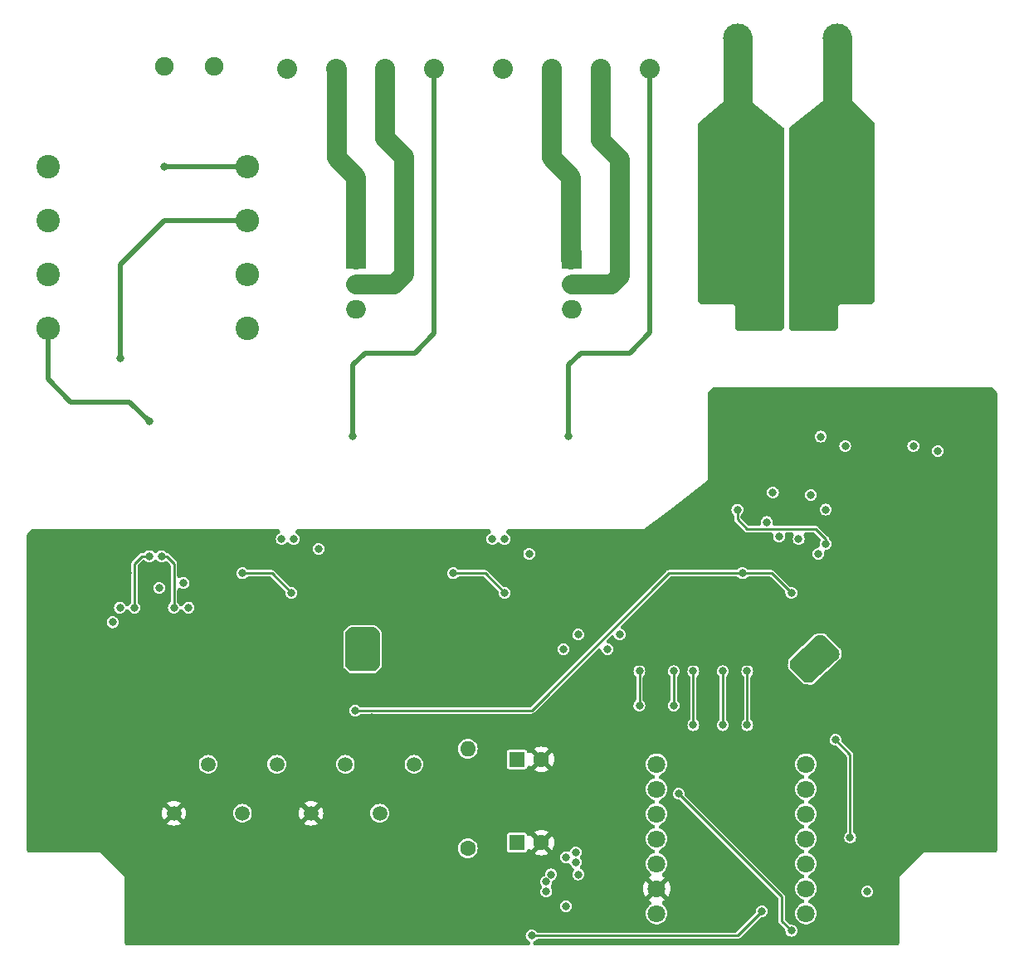
<source format=gbl>
%TF.GenerationSoftware,KiCad,Pcbnew,7.0.2*%
%TF.CreationDate,2023-06-09T00:35:45-07:00*%
%TF.ProjectId,Thyristor_Control_Board,54687972-6973-4746-9f72-5f436f6e7472,A*%
%TF.SameCoordinates,Original*%
%TF.FileFunction,Copper,L4,Bot*%
%TF.FilePolarity,Positive*%
%FSLAX46Y46*%
G04 Gerber Fmt 4.6, Leading zero omitted, Abs format (unit mm)*
G04 Created by KiCad (PCBNEW 7.0.2) date 2023-06-09 00:35:45*
%MOMM*%
%LPD*%
G01*
G04 APERTURE LIST*
%TA.AperFunction,ComponentPad*%
%ADD10C,2.032000*%
%TD*%
%TA.AperFunction,ComponentPad*%
%ADD11C,1.600000*%
%TD*%
%TA.AperFunction,ComponentPad*%
%ADD12O,1.600000X1.600000*%
%TD*%
%TA.AperFunction,ComponentPad*%
%ADD13R,2.000000X1.905000*%
%TD*%
%TA.AperFunction,ComponentPad*%
%ADD14O,2.000000X1.905000*%
%TD*%
%TA.AperFunction,ComponentPad*%
%ADD15C,2.400000*%
%TD*%
%TA.AperFunction,ComponentPad*%
%ADD16O,2.400000X2.400000*%
%TD*%
%TA.AperFunction,ComponentPad*%
%ADD17R,1.600000X1.600000*%
%TD*%
%TA.AperFunction,ComponentPad*%
%ADD18C,1.908048*%
%TD*%
%TA.AperFunction,ComponentPad*%
%ADD19C,1.800000*%
%TD*%
%TA.AperFunction,ComponentPad*%
%ADD20C,1.498600*%
%TD*%
%TA.AperFunction,ComponentPad*%
%ADD21C,3.000000*%
%TD*%
%TA.AperFunction,ViaPad*%
%ADD22C,0.800000*%
%TD*%
%TA.AperFunction,Conductor*%
%ADD23C,0.250000*%
%TD*%
%TA.AperFunction,Conductor*%
%ADD24C,2.000000*%
%TD*%
%TA.AperFunction,Conductor*%
%ADD25C,3.000000*%
%TD*%
%TA.AperFunction,Conductor*%
%ADD26C,0.500000*%
%TD*%
G04 APERTURE END LIST*
D10*
X134080000Y-63000000D03*
X129080000Y-63000000D03*
X124080000Y-63000000D03*
X119080000Y-63000000D03*
D11*
X115500000Y-142580000D03*
D12*
X115500000Y-132420000D03*
D10*
X112080000Y-62999999D03*
X107080000Y-62999999D03*
X102080000Y-62999999D03*
X97080000Y-62999999D03*
D13*
X104110000Y-82460000D03*
D14*
X104110000Y-85000000D03*
X104110000Y-87540000D03*
D13*
X126055000Y-82460000D03*
D14*
X126055000Y-85000000D03*
X126055000Y-87540000D03*
D15*
X72680000Y-78500000D03*
D16*
X93000000Y-78500000D03*
D17*
X120500000Y-142000000D03*
D11*
X123000000Y-142000000D03*
D18*
X89620000Y-62700000D03*
X84540000Y-62700000D03*
D17*
X120500000Y-133500000D03*
D11*
X123000000Y-133500000D03*
D19*
X150000000Y-149240000D03*
X150000000Y-146700000D03*
X150000000Y-144160000D03*
X150000000Y-141620000D03*
X150000000Y-139080000D03*
X150000000Y-136540000D03*
X150000000Y-134000000D03*
X134760000Y-134000000D03*
X134760000Y-136540000D03*
X134760000Y-139080000D03*
X134760000Y-141620000D03*
X134760000Y-144160000D03*
X134760000Y-146700000D03*
X134760000Y-149240000D03*
D20*
X85499994Y-139000000D03*
X88999995Y-134000000D03*
X92499995Y-139000000D03*
X95999996Y-134000000D03*
X99499996Y-139000000D03*
X102999997Y-134000000D03*
X106500000Y-139000000D03*
X110000001Y-134000000D03*
D15*
X72680000Y-84000000D03*
D16*
X93000000Y-84000000D03*
D21*
X153160000Y-70056701D03*
X153160000Y-59896701D03*
X143000000Y-70056701D03*
X143000000Y-59896701D03*
D15*
X93000000Y-89500000D03*
D16*
X72680000Y-89500000D03*
D15*
X72680000Y-73000000D03*
D16*
X93000000Y-73000000D03*
D22*
X153000000Y-131500000D03*
X154500000Y-141500000D03*
X141500000Y-130000000D03*
X141500000Y-124500000D03*
X144000000Y-124500000D03*
X144000000Y-130000000D03*
X152000000Y-111500000D03*
X143000000Y-108000000D03*
X133000000Y-128000000D03*
X133000000Y-124500000D03*
X138500000Y-130000000D03*
X85500000Y-118000000D03*
X138500000Y-124500000D03*
X84250000Y-112750000D03*
X83000000Y-112750000D03*
X136500000Y-124500000D03*
X136500000Y-128000000D03*
X81500000Y-118000000D03*
X87000000Y-118000000D03*
X126500000Y-144000000D03*
X79250000Y-119500000D03*
X150500000Y-106500000D03*
X84000000Y-116000000D03*
X152000000Y-108000000D03*
X145987701Y-109275500D03*
X146620500Y-106250000D03*
X126500000Y-143000000D03*
X156250000Y-147000000D03*
X125500000Y-143500000D03*
X80000000Y-118000000D03*
X86500000Y-115500000D03*
X116500000Y-115550000D03*
X81000000Y-152000000D03*
X145700000Y-104000000D03*
X82750000Y-116500000D03*
X128000000Y-140500000D03*
X140500000Y-143000000D03*
X169000000Y-138000000D03*
X115500000Y-129500000D03*
X98000000Y-140500000D03*
X169000000Y-102000000D03*
X97500000Y-139000000D03*
X71000000Y-118000000D03*
X91436000Y-131100000D03*
X159000000Y-146000000D03*
X74000000Y-142000000D03*
X120750000Y-145750000D03*
X157000000Y-123000000D03*
X147000000Y-138000000D03*
X118500000Y-138000000D03*
X80000000Y-143000000D03*
X105000000Y-111000000D03*
X166000000Y-142000000D03*
X91000000Y-118000000D03*
X156000000Y-100000000D03*
X117000000Y-149500000D03*
X169000000Y-126000000D03*
X87880000Y-129270000D03*
X123000000Y-122250000D03*
X141000000Y-98000000D03*
X141000000Y-101000000D03*
X134000000Y-111000000D03*
X141000000Y-104000000D03*
X134750000Y-128000000D03*
X169000000Y-105000000D03*
X92450000Y-115550000D03*
X169000000Y-117000000D03*
X71000000Y-127000000D03*
X154500000Y-108000000D03*
X71000000Y-139000000D03*
X140000000Y-107000000D03*
X89000000Y-111000000D03*
X88000000Y-125000000D03*
X169000000Y-123000000D03*
X156000000Y-152000000D03*
X143700000Y-112568750D03*
X114250000Y-112500000D03*
X169000000Y-129000000D03*
X158000000Y-96000000D03*
X87880000Y-131100000D03*
X84000000Y-140500000D03*
X149450000Y-115818750D03*
X92000000Y-111000000D03*
X123000000Y-111000000D03*
X109000000Y-152000000D03*
X116500000Y-120750000D03*
X87000000Y-140500000D03*
X169000000Y-114000000D03*
X80775500Y-114500000D03*
X120000000Y-152000000D03*
X94992000Y-129258000D03*
X145000000Y-152000000D03*
X105660000Y-129224500D03*
X129000000Y-128000000D03*
X169000000Y-135000000D03*
X154000000Y-103500000D03*
X161000000Y-96000000D03*
X113000000Y-138000000D03*
X160000000Y-143000000D03*
X71000000Y-136000000D03*
X169000000Y-108000000D03*
X84000000Y-152000000D03*
X159000000Y-149000000D03*
X77000000Y-142000000D03*
X144725000Y-102275000D03*
X169000000Y-132000000D03*
X129000000Y-137500000D03*
X131000000Y-111000000D03*
X128000000Y-145500000D03*
X76000000Y-111000000D03*
X116500000Y-117500000D03*
X87000000Y-137500000D03*
X94992000Y-131100000D03*
X163000000Y-142000000D03*
X95000000Y-117500000D03*
X71000000Y-112000000D03*
X136500000Y-117000000D03*
X98500000Y-115750000D03*
X169000000Y-111000000D03*
X169000000Y-98000000D03*
X155400000Y-148200000D03*
X81000000Y-146000000D03*
X112000000Y-111000000D03*
X71000000Y-133000000D03*
X71000000Y-142000000D03*
X102100000Y-131100000D03*
X150000000Y-104000000D03*
X71000000Y-130000000D03*
X83500000Y-139000000D03*
X137000000Y-109000000D03*
X169000000Y-120000000D03*
X142500000Y-149000000D03*
X153500000Y-137500000D03*
X143300000Y-115568750D03*
X88000000Y-122250000D03*
X71000000Y-121000000D03*
X146000000Y-117500000D03*
X102000000Y-111000000D03*
X156000000Y-103500000D03*
X84000000Y-137500000D03*
X123750000Y-148750000D03*
X87500000Y-139000000D03*
X145950000Y-115568750D03*
X155250000Y-115750000D03*
X155000000Y-96000000D03*
X95000000Y-115550000D03*
X101000000Y-137500000D03*
X81000000Y-149000000D03*
X142500000Y-97750000D03*
X120000000Y-115750000D03*
X168500000Y-103500000D03*
X130200000Y-140500000D03*
X92750000Y-112500000D03*
X167000000Y-96000000D03*
X128270000Y-114250000D03*
X91436000Y-129314000D03*
X101000000Y-140500000D03*
X169000000Y-141000000D03*
X71000000Y-124000000D03*
X101500000Y-139000000D03*
X134750000Y-124500000D03*
X109000000Y-111000000D03*
X137000000Y-149000000D03*
X113950000Y-115550000D03*
X79000000Y-111000000D03*
X71000000Y-115000000D03*
X106250000Y-114250000D03*
X102104000Y-129200000D03*
X105660000Y-131100000D03*
X159000000Y-152000000D03*
X98000000Y-137500000D03*
X73000000Y-111000000D03*
X121250000Y-126750000D03*
X168500000Y-100000000D03*
X130200000Y-145500000D03*
X107400000Y-136900000D03*
X164000000Y-96000000D03*
X124000000Y-145250000D03*
X163450000Y-102000000D03*
X151500000Y-100550000D03*
X151250000Y-112500000D03*
X121750000Y-112500000D03*
X131000000Y-120750000D03*
X149250000Y-111000000D03*
X129750000Y-122250000D03*
X154000000Y-101500000D03*
X149500000Y-124500000D03*
X118000000Y-111000000D03*
X106000000Y-123750000D03*
X119250000Y-111000000D03*
X123500000Y-146000000D03*
X125250000Y-122250000D03*
X152250000Y-122000000D03*
X103500000Y-120750000D03*
X100250000Y-112000000D03*
X126750000Y-120750000D03*
X151500000Y-121250000D03*
X125500000Y-148500000D03*
X148750000Y-123750000D03*
X104750000Y-123750000D03*
X96500000Y-111000000D03*
X150250000Y-125250000D03*
X97750000Y-111000000D03*
X153000000Y-122750000D03*
X123500000Y-147000000D03*
X104750000Y-120750000D03*
X160950000Y-101500000D03*
X147250000Y-110750000D03*
X103500000Y-123750000D03*
X106000000Y-120750000D03*
X126750000Y-145250000D03*
X148500000Y-116500000D03*
X104000000Y-128500000D03*
X143500000Y-114500000D03*
X150000000Y-86500000D03*
X153000000Y-85500000D03*
X149000000Y-78000000D03*
X156000000Y-84500000D03*
X151000000Y-85500000D03*
X149000000Y-76500000D03*
X149000000Y-82500000D03*
X156000000Y-82500000D03*
X153000000Y-86500000D03*
X156000000Y-81000000D03*
X150500000Y-68000000D03*
X156000000Y-86500000D03*
X149000000Y-73500000D03*
X149000000Y-81000000D03*
X151000000Y-86500000D03*
X156000000Y-76500000D03*
X149000000Y-75000000D03*
X150000000Y-71250000D03*
X156000000Y-79500000D03*
X156000000Y-78000000D03*
X149000000Y-72000000D03*
X156000000Y-72000000D03*
X150500000Y-70000000D03*
X151000000Y-84000000D03*
X156000000Y-75000000D03*
X155000000Y-71250000D03*
X156000000Y-70500000D03*
X156000000Y-73500000D03*
X152000000Y-86500000D03*
X149500000Y-69000000D03*
X149000000Y-84000000D03*
X154000000Y-86500000D03*
X149000000Y-86500000D03*
X149000000Y-79500000D03*
X149000000Y-85500000D03*
X153000000Y-84000000D03*
X156000000Y-69000000D03*
X149000000Y-70500000D03*
X140000000Y-84500000D03*
X140000000Y-72000000D03*
X145000000Y-86500000D03*
X147000000Y-79500000D03*
X143000000Y-86500000D03*
X147000000Y-78000000D03*
X140000000Y-82500000D03*
X145000000Y-85500000D03*
X140000000Y-86500000D03*
X145500000Y-70000000D03*
X142000000Y-86500000D03*
X140000000Y-79500000D03*
X143000000Y-85500000D03*
X144000000Y-86500000D03*
X141000000Y-71250000D03*
X146500000Y-69000000D03*
X147000000Y-76500000D03*
X145000000Y-84000000D03*
X143000000Y-84000000D03*
X147000000Y-70500000D03*
X140000000Y-69000000D03*
X140000000Y-75000000D03*
X147000000Y-82500000D03*
X147000000Y-84000000D03*
X147000000Y-73500000D03*
X146000000Y-86500000D03*
X147000000Y-85500000D03*
X140000000Y-70500000D03*
X145500000Y-68000000D03*
X146000000Y-71250000D03*
X140000000Y-73500000D03*
X147000000Y-75000000D03*
X140000000Y-81000000D03*
X147000000Y-81000000D03*
X140000000Y-78000000D03*
X147000000Y-86500000D03*
X147000000Y-72000000D03*
X140000000Y-76500000D03*
X103750000Y-100500000D03*
X125750000Y-100500000D03*
X145500000Y-149000000D03*
X122000000Y-151500000D03*
X114000000Y-114500000D03*
X119250000Y-116500000D03*
X84500000Y-73000000D03*
X80000000Y-92500000D03*
X148500000Y-151000000D03*
X137000000Y-137000000D03*
X92500000Y-114500000D03*
X97500000Y-116500000D03*
X83000000Y-99000000D03*
D23*
X153000000Y-131500000D02*
X154500000Y-133000000D01*
X154500000Y-133000000D02*
X154500000Y-141500000D01*
X141500000Y-124500000D02*
X141500000Y-130000000D01*
X144000000Y-124500000D02*
X144000000Y-130000000D01*
X152000000Y-111500000D02*
X152000000Y-111000000D01*
X143000000Y-109000000D02*
X143000000Y-108000000D01*
X144000000Y-110000000D02*
X143000000Y-109000000D01*
X152000000Y-111000000D02*
X151000000Y-110000000D01*
X151000000Y-110000000D02*
X144000000Y-110000000D01*
X133000000Y-124500000D02*
X133000000Y-128000000D01*
X84250000Y-112750000D02*
X84750000Y-112750000D01*
X84750000Y-112750000D02*
X85500000Y-113500000D01*
X85500000Y-113500000D02*
X85500000Y-118000000D01*
X138500000Y-124500000D02*
X138500000Y-130000000D01*
X136500000Y-124500000D02*
X136500000Y-128000000D01*
X82250000Y-112750000D02*
X81500000Y-113500000D01*
X81500000Y-113500000D02*
X81500000Y-118000000D01*
X83000000Y-112750000D02*
X82250000Y-112750000D01*
X148500000Y-116500000D02*
X146500000Y-114500000D01*
X146500000Y-114500000D02*
X143500000Y-114500000D01*
X104000000Y-128500000D02*
X122000000Y-128500000D01*
X122000000Y-128500000D02*
X136000000Y-114500000D01*
X136000000Y-114500000D02*
X143500000Y-114500000D01*
D24*
X126050000Y-82450000D02*
X126050000Y-74045000D01*
X126050000Y-74045000D02*
X124075000Y-72070000D01*
X124075000Y-72070000D02*
X124075000Y-62990000D01*
X130190000Y-85000000D02*
X126055000Y-85000000D01*
X129070000Y-70280000D02*
X129070000Y-63199999D01*
X130990000Y-84200000D02*
X130190000Y-85000000D01*
X130990000Y-72200000D02*
X129070000Y-70280000D01*
X130990000Y-84200000D02*
X130990000Y-72200000D01*
D25*
X153160000Y-70056701D02*
X153160000Y-59896701D01*
X143000000Y-70000000D02*
X143000000Y-59840000D01*
D26*
X103750000Y-93250000D02*
X105000000Y-92000000D01*
X103750000Y-100500000D02*
X103750000Y-93250000D01*
X112080000Y-90000000D02*
X112080000Y-62999999D01*
X110080000Y-92000000D02*
X112080000Y-90000000D01*
X105000000Y-92000000D02*
X110080000Y-92000000D01*
X125750000Y-93250000D02*
X125750000Y-100500000D01*
X134080000Y-63000000D02*
X134080000Y-89920000D01*
X132000000Y-92000000D02*
X127000000Y-92000000D01*
X127000000Y-92000000D02*
X125750000Y-93250000D01*
X134080000Y-89920000D02*
X132000000Y-92000000D01*
D23*
X122000000Y-151500000D02*
X143000000Y-151500000D01*
X143000000Y-151500000D02*
X145500000Y-149000000D01*
X117250000Y-114500000D02*
X119250000Y-116500000D01*
X114000000Y-114500000D02*
X117250000Y-114500000D01*
D26*
X93000000Y-73000000D02*
X84500000Y-73000000D01*
X84500000Y-78500000D02*
X93000000Y-78500000D01*
X80000000Y-83000000D02*
X84500000Y-78500000D01*
X80000000Y-92500000D02*
X80000000Y-83000000D01*
D24*
X104105000Y-74045000D02*
X102130000Y-72070000D01*
X104105000Y-82450000D02*
X104105000Y-74045000D01*
X102130000Y-72070000D02*
X102130000Y-62990000D01*
X108990000Y-84000000D02*
X108990000Y-72000000D01*
X107070000Y-70080000D02*
X107070000Y-62999999D01*
X107990000Y-85000000D02*
X108990000Y-84000000D01*
X104100000Y-85000000D02*
X107990000Y-85000000D01*
X108990000Y-72000000D02*
X107070000Y-70080000D01*
D23*
X148500000Y-151000000D02*
X147500000Y-150000000D01*
X147500000Y-150000000D02*
X147500000Y-147500000D01*
X147500000Y-147500000D02*
X137000000Y-137000000D01*
X95500000Y-114500000D02*
X92500000Y-114500000D01*
X97500000Y-116500000D02*
X95500000Y-114500000D01*
D26*
X72680000Y-94680000D02*
X72680000Y-89500000D01*
X83000000Y-99000000D02*
X81000000Y-97000000D01*
X75000000Y-97000000D02*
X72680000Y-94680000D01*
X81000000Y-97000000D02*
X75000000Y-97000000D01*
%TA.AperFunction,Conductor*%
G36*
X144023542Y-66019685D02*
G01*
X144033965Y-66027172D01*
X147703462Y-68962770D01*
X147743514Y-69020020D01*
X147750000Y-69059597D01*
X147750000Y-89448637D01*
X147730315Y-89515676D01*
X147713681Y-89536318D01*
X147536319Y-89713681D01*
X147474996Y-89747166D01*
X147448638Y-89750000D01*
X143051362Y-89750000D01*
X142984323Y-89730315D01*
X142963681Y-89713681D01*
X142786319Y-89536318D01*
X142752834Y-89474995D01*
X142750000Y-89448637D01*
X142750000Y-87250000D01*
X142500000Y-87000000D01*
X139301362Y-87000000D01*
X139234323Y-86980315D01*
X139213681Y-86963681D01*
X139036319Y-86786319D01*
X139002834Y-86724996D01*
X139000000Y-86698638D01*
X139000000Y-68558078D01*
X139019685Y-68491039D01*
X139044617Y-68462819D01*
X141965511Y-66028741D01*
X142029614Y-66000945D01*
X142044894Y-66000000D01*
X143956503Y-66000000D01*
X144023542Y-66019685D01*
G37*
%TD.AperFunction*%
%TA.AperFunction,Conductor*%
G36*
X154515677Y-66019685D02*
G01*
X154536319Y-66036319D01*
X156963682Y-68463682D01*
X156997166Y-68525003D01*
X157000000Y-68551361D01*
X157000000Y-86698638D01*
X156980315Y-86765677D01*
X156963681Y-86786319D01*
X156786319Y-86963681D01*
X156724996Y-86997166D01*
X156698638Y-87000000D01*
X153499999Y-87000000D01*
X153250000Y-87249999D01*
X153250000Y-89448638D01*
X153230315Y-89515677D01*
X153213681Y-89536319D01*
X153036319Y-89713681D01*
X152974996Y-89747166D01*
X152948638Y-89750000D01*
X148551362Y-89750000D01*
X148484323Y-89730315D01*
X148463681Y-89713681D01*
X148286319Y-89536318D01*
X148252834Y-89474995D01*
X148250000Y-89448637D01*
X148250000Y-69059597D01*
X148269685Y-68992558D01*
X148296536Y-68962771D01*
X151966034Y-66027171D01*
X152030681Y-66000664D01*
X152043497Y-66000000D01*
X154448638Y-66000000D01*
X154515677Y-66019685D01*
G37*
%TD.AperFunction*%
%TA.AperFunction,Conductor*%
G36*
X105992148Y-120018954D02*
G01*
X106072930Y-120072930D01*
X106427070Y-120427070D01*
X106481046Y-120507852D01*
X106500000Y-120603140D01*
X106500000Y-123896860D01*
X106481046Y-123992148D01*
X106427070Y-124072930D01*
X106072930Y-124427070D01*
X105992148Y-124481046D01*
X105896860Y-124500000D01*
X103603140Y-124500000D01*
X103507852Y-124481046D01*
X103427070Y-124427070D01*
X103072930Y-124072930D01*
X103018954Y-123992148D01*
X103000000Y-123896860D01*
X103000000Y-120603140D01*
X103018954Y-120507852D01*
X103072930Y-120427070D01*
X103427070Y-120072930D01*
X103507852Y-120018954D01*
X103603140Y-120000000D01*
X105896860Y-120000000D01*
X105992148Y-120018954D01*
G37*
%TD.AperFunction*%
%TA.AperFunction,Conductor*%
G36*
X168992148Y-95518954D02*
G01*
X169072930Y-95572930D01*
X169427070Y-95927070D01*
X169481046Y-96007852D01*
X169500000Y-96103140D01*
X169500000Y-142751000D01*
X169481046Y-142846288D01*
X169427070Y-142927070D01*
X169346288Y-142981046D01*
X169251000Y-143000000D01*
X162000000Y-143000000D01*
X159500000Y-145500000D01*
X159500000Y-145500001D01*
X159500000Y-152251000D01*
X159481046Y-152346288D01*
X159427070Y-152427070D01*
X159346288Y-152481046D01*
X159251000Y-152500000D01*
X122406776Y-152500000D01*
X122311488Y-152481046D01*
X122230706Y-152427070D01*
X122176730Y-152346288D01*
X122157776Y-152251000D01*
X122176730Y-152155712D01*
X122230706Y-152074930D01*
X122280699Y-152041525D01*
X122302838Y-152024537D01*
X122302841Y-152024536D01*
X122428282Y-151928282D01*
X122428283Y-151928281D01*
X122432399Y-151922918D01*
X122505444Y-151858859D01*
X122597443Y-151827630D01*
X122629943Y-151825500D01*
X142974918Y-151825500D01*
X142996621Y-151826448D01*
X143028807Y-151829264D01*
X143060031Y-151820896D01*
X143081234Y-151816197D01*
X143092663Y-151814181D01*
X143113045Y-151810588D01*
X143113045Y-151810587D01*
X143123892Y-151808675D01*
X143130658Y-151805872D01*
X143139679Y-151799555D01*
X143139684Y-151799554D01*
X143166167Y-151781009D01*
X143184452Y-151769361D01*
X143212455Y-151753194D01*
X143233225Y-151728440D01*
X143247888Y-151712436D01*
X145284728Y-149675596D01*
X145365507Y-149621623D01*
X145460795Y-149602669D01*
X145493300Y-149604800D01*
X145499999Y-149605682D01*
X145499999Y-149605681D01*
X145500000Y-149605682D01*
X145656762Y-149585044D01*
X145802841Y-149524536D01*
X145928282Y-149428282D01*
X146024536Y-149302841D01*
X146085044Y-149156762D01*
X146105682Y-149000000D01*
X146085044Y-148843238D01*
X146024536Y-148697159D01*
X145994625Y-148658178D01*
X145928282Y-148571717D01*
X145802843Y-148475465D01*
X145802841Y-148475464D01*
X145656762Y-148414956D01*
X145638524Y-148412554D01*
X145500000Y-148394317D01*
X145343238Y-148414956D01*
X145197156Y-148475465D01*
X145071717Y-148571717D01*
X144975465Y-148697156D01*
X144914956Y-148843238D01*
X144894317Y-149000000D01*
X144895200Y-149006701D01*
X144888845Y-149103648D01*
X144845875Y-149190784D01*
X144824400Y-149215271D01*
X142938104Y-151101569D01*
X142857322Y-151155546D01*
X142762034Y-151174500D01*
X122629943Y-151174500D01*
X122534655Y-151155546D01*
X122453873Y-151101570D01*
X122432399Y-151077082D01*
X122428283Y-151071718D01*
X122302843Y-150975465D01*
X122267429Y-150960796D01*
X122156762Y-150914956D01*
X122138524Y-150912554D01*
X122000000Y-150894317D01*
X121843238Y-150914956D01*
X121697156Y-150975465D01*
X121571717Y-151071717D01*
X121475465Y-151197156D01*
X121414956Y-151343238D01*
X121394317Y-151500000D01*
X121405514Y-151585043D01*
X121414956Y-151656762D01*
X121475464Y-151802841D01*
X121475465Y-151802843D01*
X121571717Y-151928282D01*
X121719299Y-152041525D01*
X121769292Y-152074929D01*
X121823269Y-152155710D01*
X121842224Y-152250998D01*
X121823271Y-152346287D01*
X121769295Y-152427068D01*
X121688514Y-152481045D01*
X121593226Y-152500000D01*
X80749000Y-152500000D01*
X80653712Y-152481046D01*
X80572930Y-152427070D01*
X80518954Y-152346288D01*
X80500000Y-152251000D01*
X80500000Y-148500000D01*
X124894317Y-148500000D01*
X124914956Y-148656761D01*
X124975465Y-148802843D01*
X125071717Y-148928282D01*
X125197156Y-149024534D01*
X125197159Y-149024536D01*
X125343238Y-149085044D01*
X125500000Y-149105682D01*
X125656762Y-149085044D01*
X125802841Y-149024536D01*
X125928282Y-148928282D01*
X126024536Y-148802841D01*
X126085044Y-148656762D01*
X126105682Y-148500000D01*
X126085044Y-148343238D01*
X126024536Y-148197159D01*
X126009049Y-148176976D01*
X125928282Y-148071717D01*
X125802843Y-147975465D01*
X125802841Y-147975464D01*
X125656762Y-147914956D01*
X125638524Y-147912554D01*
X125500000Y-147894317D01*
X125343238Y-147914956D01*
X125197156Y-147975465D01*
X125071717Y-148071717D01*
X124975465Y-148197156D01*
X124914956Y-148343238D01*
X124894317Y-148500000D01*
X80500000Y-148500000D01*
X80500000Y-147000000D01*
X122894317Y-147000000D01*
X122914956Y-147156761D01*
X122975465Y-147302843D01*
X123071717Y-147428282D01*
X123183691Y-147514202D01*
X123197159Y-147524536D01*
X123343238Y-147585044D01*
X123500000Y-147605682D01*
X123656762Y-147585044D01*
X123802841Y-147524536D01*
X123928282Y-147428282D01*
X124024536Y-147302841D01*
X124085044Y-147156762D01*
X124105682Y-147000000D01*
X124085044Y-146843238D01*
X124025712Y-146699999D01*
X133355202Y-146699999D01*
X133374362Y-146931223D01*
X133431318Y-147156136D01*
X133524516Y-147368609D01*
X133608811Y-147497633D01*
X134268866Y-146837577D01*
X134291318Y-146914040D01*
X134370605Y-147037413D01*
X134481438Y-147133451D01*
X134614839Y-147194373D01*
X134618633Y-147194918D01*
X133961199Y-147852352D01*
X133991646Y-147876049D01*
X134083724Y-147925879D01*
X134158506Y-147987901D01*
X134203861Y-148073819D01*
X134212885Y-148170554D01*
X134184202Y-148263379D01*
X134122180Y-148338161D01*
X134096297Y-148356571D01*
X134093956Y-148358019D01*
X133943236Y-148495419D01*
X133820327Y-148658178D01*
X133729417Y-148840750D01*
X133673603Y-149036914D01*
X133654784Y-149240000D01*
X133673603Y-149443085D01*
X133729417Y-149639249D01*
X133820327Y-149821821D01*
X133943236Y-149984580D01*
X134093958Y-150121981D01*
X134267359Y-150229346D01*
X134267361Y-150229346D01*
X134267363Y-150229348D01*
X134457544Y-150303024D01*
X134457547Y-150303025D01*
X134658022Y-150340500D01*
X134658024Y-150340500D01*
X134861978Y-150340500D01*
X135062452Y-150303025D01*
X135062453Y-150303024D01*
X135062456Y-150303024D01*
X135252637Y-150229348D01*
X135426041Y-150121981D01*
X135576764Y-149984579D01*
X135699673Y-149821821D01*
X135790582Y-149639250D01*
X135846397Y-149443083D01*
X135865215Y-149240000D01*
X135846397Y-149036917D01*
X135790582Y-148840750D01*
X135699673Y-148658179D01*
X135580222Y-148500000D01*
X135576763Y-148495419D01*
X135426044Y-148358021D01*
X135423707Y-148356574D01*
X135352668Y-148290297D01*
X135312401Y-148201879D01*
X135309034Y-148104783D01*
X135343080Y-148013789D01*
X135409357Y-147942750D01*
X135436276Y-147925878D01*
X135528354Y-147876048D01*
X135558798Y-147852352D01*
X134901364Y-147194918D01*
X134905161Y-147194373D01*
X135038562Y-147133451D01*
X135149395Y-147037413D01*
X135228682Y-146914040D01*
X135251133Y-146837579D01*
X135911186Y-147497633D01*
X135995484Y-147368606D01*
X136088681Y-147156139D01*
X136145637Y-146931223D01*
X136164797Y-146700000D01*
X136145637Y-146468776D01*
X136088681Y-146243863D01*
X135995482Y-146031389D01*
X135911187Y-145902365D01*
X135251132Y-146562419D01*
X135228682Y-146485960D01*
X135149395Y-146362587D01*
X135038562Y-146266549D01*
X134905161Y-146205627D01*
X134901363Y-146205080D01*
X135558798Y-145547646D01*
X135558799Y-145547646D01*
X135528353Y-145523950D01*
X135436275Y-145474120D01*
X135361492Y-145412098D01*
X135316137Y-145326179D01*
X135307114Y-145229444D01*
X135335797Y-145136620D01*
X135397819Y-145061837D01*
X135423710Y-145043424D01*
X135426041Y-145041981D01*
X135576764Y-144904579D01*
X135699673Y-144741821D01*
X135790582Y-144559250D01*
X135846397Y-144363083D01*
X135865215Y-144160000D01*
X135846397Y-143956917D01*
X135790582Y-143760750D01*
X135699673Y-143578179D01*
X135640635Y-143500000D01*
X135576763Y-143415419D01*
X135426041Y-143278018D01*
X135252640Y-143170653D01*
X135127531Y-143122186D01*
X135045525Y-143070090D01*
X134989696Y-142990577D01*
X134968546Y-142895752D01*
X134985294Y-142800051D01*
X135037390Y-142718045D01*
X135116903Y-142662216D01*
X135127531Y-142657814D01*
X135135040Y-142654905D01*
X135252637Y-142609348D01*
X135426041Y-142501981D01*
X135576764Y-142364579D01*
X135699673Y-142201821D01*
X135790582Y-142019250D01*
X135846397Y-141823083D01*
X135865215Y-141620000D01*
X135846397Y-141416917D01*
X135790582Y-141220750D01*
X135699673Y-141038179D01*
X135644672Y-140965346D01*
X135576763Y-140875419D01*
X135426041Y-140738018D01*
X135252640Y-140630653D01*
X135127531Y-140582186D01*
X135045525Y-140530090D01*
X134989696Y-140450577D01*
X134968546Y-140355752D01*
X134985294Y-140260051D01*
X135037390Y-140178045D01*
X135116903Y-140122216D01*
X135127531Y-140117814D01*
X135129608Y-140117009D01*
X135252637Y-140069348D01*
X135426041Y-139961981D01*
X135576764Y-139824579D01*
X135699673Y-139661821D01*
X135790582Y-139479250D01*
X135846397Y-139283083D01*
X135865215Y-139080000D01*
X135846397Y-138876917D01*
X135790582Y-138680750D01*
X135699673Y-138498179D01*
X135605112Y-138372960D01*
X135576763Y-138335419D01*
X135426041Y-138198018D01*
X135252640Y-138090653D01*
X135127531Y-138042186D01*
X135045525Y-137990090D01*
X134989696Y-137910577D01*
X134968546Y-137815752D01*
X134985294Y-137720051D01*
X135037390Y-137638045D01*
X135116903Y-137582216D01*
X135127531Y-137577814D01*
X135129608Y-137577009D01*
X135252637Y-137529348D01*
X135426041Y-137421981D01*
X135576764Y-137284579D01*
X135699673Y-137121821D01*
X135760332Y-137000000D01*
X136394317Y-137000000D01*
X136414956Y-137156761D01*
X136475465Y-137302843D01*
X136571717Y-137428282D01*
X136697156Y-137524534D01*
X136697159Y-137524536D01*
X136843238Y-137585044D01*
X137000000Y-137605682D01*
X137006698Y-137604800D01*
X137103643Y-137611152D01*
X137190780Y-137654120D01*
X137215273Y-137675599D01*
X147101570Y-147561896D01*
X147155546Y-147642678D01*
X147174500Y-147737966D01*
X147174500Y-149974917D01*
X147173552Y-149996620D01*
X147170735Y-150028805D01*
X147179100Y-150060023D01*
X147183799Y-150081219D01*
X147191321Y-150123876D01*
X147194138Y-150130675D01*
X147218978Y-150166151D01*
X147230647Y-150184468D01*
X147246806Y-150212455D01*
X147266938Y-150229348D01*
X147271553Y-150233220D01*
X147287570Y-150247896D01*
X147824400Y-150784726D01*
X147878376Y-150865508D01*
X147897330Y-150960796D01*
X147895200Y-150993295D01*
X147894317Y-150999997D01*
X147903760Y-151071718D01*
X147914956Y-151156762D01*
X147931688Y-151197156D01*
X147975465Y-151302843D01*
X148071717Y-151428282D01*
X148197156Y-151524534D01*
X148197159Y-151524536D01*
X148343238Y-151585044D01*
X148500000Y-151605682D01*
X148656762Y-151585044D01*
X148802841Y-151524536D01*
X148928282Y-151428282D01*
X149024536Y-151302841D01*
X149085044Y-151156762D01*
X149105682Y-151000000D01*
X149085044Y-150843238D01*
X149024536Y-150697159D01*
X149024534Y-150697156D01*
X148928282Y-150571717D01*
X148802843Y-150475465D01*
X148802841Y-150475464D01*
X148656762Y-150414956D01*
X148628445Y-150411228D01*
X148499997Y-150394317D01*
X148493295Y-150395200D01*
X148396348Y-150388845D01*
X148309213Y-150345874D01*
X148284726Y-150324400D01*
X147898430Y-149938104D01*
X147844454Y-149857322D01*
X147825500Y-149762034D01*
X147825500Y-149239999D01*
X148894784Y-149239999D01*
X148913603Y-149443085D01*
X148969417Y-149639249D01*
X149060327Y-149821821D01*
X149183236Y-149984580D01*
X149333958Y-150121981D01*
X149507359Y-150229346D01*
X149507361Y-150229346D01*
X149507363Y-150229348D01*
X149697544Y-150303024D01*
X149697547Y-150303025D01*
X149898022Y-150340500D01*
X149898024Y-150340500D01*
X150101978Y-150340500D01*
X150302452Y-150303025D01*
X150302453Y-150303024D01*
X150302456Y-150303024D01*
X150492637Y-150229348D01*
X150666041Y-150121981D01*
X150816764Y-149984579D01*
X150939673Y-149821821D01*
X151030582Y-149639250D01*
X151086397Y-149443083D01*
X151105215Y-149240000D01*
X151086397Y-149036917D01*
X151030582Y-148840750D01*
X150939673Y-148658179D01*
X150820222Y-148500000D01*
X150816763Y-148495419D01*
X150666041Y-148358018D01*
X150492640Y-148250653D01*
X150367531Y-148202186D01*
X150285525Y-148150090D01*
X150229696Y-148070577D01*
X150208546Y-147975752D01*
X150225294Y-147880051D01*
X150277390Y-147798045D01*
X150356903Y-147742216D01*
X150367531Y-147737814D01*
X150369608Y-147737009D01*
X150492637Y-147689348D01*
X150666041Y-147581981D01*
X150752278Y-147503366D01*
X150816763Y-147444580D01*
X150836253Y-147418771D01*
X150939673Y-147281821D01*
X151030582Y-147099250D01*
X151058821Y-147000000D01*
X155644317Y-147000000D01*
X155664956Y-147156761D01*
X155725465Y-147302843D01*
X155821717Y-147428282D01*
X155933691Y-147514202D01*
X155947159Y-147524536D01*
X156093238Y-147585044D01*
X156250000Y-147605682D01*
X156406762Y-147585044D01*
X156552841Y-147524536D01*
X156678282Y-147428282D01*
X156774536Y-147302841D01*
X156835044Y-147156762D01*
X156855682Y-147000000D01*
X156835044Y-146843238D01*
X156774536Y-146697159D01*
X156739563Y-146651581D01*
X156678282Y-146571717D01*
X156552843Y-146475465D01*
X156552841Y-146475464D01*
X156406762Y-146414956D01*
X156388524Y-146412554D01*
X156250000Y-146394317D01*
X156093238Y-146414956D01*
X155947156Y-146475465D01*
X155821717Y-146571717D01*
X155725465Y-146697156D01*
X155664956Y-146843238D01*
X155644317Y-147000000D01*
X151058821Y-147000000D01*
X151086397Y-146903083D01*
X151105215Y-146700000D01*
X151086397Y-146496917D01*
X151030582Y-146300750D01*
X150939673Y-146118179D01*
X150874132Y-146031389D01*
X150816763Y-145955419D01*
X150666041Y-145818018D01*
X150492640Y-145710653D01*
X150367531Y-145662186D01*
X150285525Y-145610090D01*
X150229696Y-145530577D01*
X150208546Y-145435752D01*
X150225294Y-145340051D01*
X150277390Y-145258045D01*
X150356903Y-145202216D01*
X150367531Y-145197814D01*
X150369608Y-145197009D01*
X150492637Y-145149348D01*
X150666041Y-145041981D01*
X150816764Y-144904579D01*
X150939673Y-144741821D01*
X151030582Y-144559250D01*
X151086397Y-144363083D01*
X151105215Y-144160000D01*
X151086397Y-143956917D01*
X151030582Y-143760750D01*
X150939673Y-143578179D01*
X150880635Y-143500000D01*
X150816763Y-143415419D01*
X150666041Y-143278018D01*
X150492640Y-143170653D01*
X150367531Y-143122186D01*
X150285525Y-143070090D01*
X150229696Y-142990577D01*
X150208546Y-142895752D01*
X150225294Y-142800051D01*
X150277390Y-142718045D01*
X150356903Y-142662216D01*
X150367531Y-142657814D01*
X150375040Y-142654905D01*
X150492637Y-142609348D01*
X150666041Y-142501981D01*
X150816764Y-142364579D01*
X150939673Y-142201821D01*
X151030582Y-142019250D01*
X151086397Y-141823083D01*
X151105215Y-141620000D01*
X151086397Y-141416917D01*
X151030582Y-141220750D01*
X150939673Y-141038179D01*
X150884672Y-140965346D01*
X150816763Y-140875419D01*
X150666041Y-140738018D01*
X150492640Y-140630653D01*
X150367531Y-140582186D01*
X150285525Y-140530090D01*
X150229696Y-140450577D01*
X150208546Y-140355752D01*
X150225294Y-140260051D01*
X150277390Y-140178045D01*
X150356903Y-140122216D01*
X150367531Y-140117814D01*
X150369608Y-140117009D01*
X150492637Y-140069348D01*
X150666041Y-139961981D01*
X150816764Y-139824579D01*
X150939673Y-139661821D01*
X151030582Y-139479250D01*
X151086397Y-139283083D01*
X151105215Y-139080000D01*
X151086397Y-138876917D01*
X151030582Y-138680750D01*
X150939673Y-138498179D01*
X150845112Y-138372960D01*
X150816763Y-138335419D01*
X150666041Y-138198018D01*
X150492640Y-138090653D01*
X150367531Y-138042186D01*
X150285525Y-137990090D01*
X150229696Y-137910577D01*
X150208546Y-137815752D01*
X150225294Y-137720051D01*
X150277390Y-137638045D01*
X150356903Y-137582216D01*
X150367531Y-137577814D01*
X150369608Y-137577009D01*
X150492637Y-137529348D01*
X150666041Y-137421981D01*
X150816764Y-137284579D01*
X150939673Y-137121821D01*
X151030582Y-136939250D01*
X151086397Y-136743083D01*
X151105215Y-136540000D01*
X151086397Y-136336917D01*
X151030582Y-136140750D01*
X150939673Y-135958179D01*
X150899822Y-135905409D01*
X150816763Y-135795419D01*
X150666041Y-135658018D01*
X150492640Y-135550653D01*
X150367531Y-135502186D01*
X150285525Y-135450090D01*
X150229696Y-135370577D01*
X150208546Y-135275752D01*
X150225294Y-135180051D01*
X150277390Y-135098045D01*
X150356903Y-135042216D01*
X150367531Y-135037814D01*
X150369608Y-135037009D01*
X150492637Y-134989348D01*
X150666041Y-134881981D01*
X150816764Y-134744579D01*
X150939673Y-134581821D01*
X151030582Y-134399250D01*
X151086397Y-134203083D01*
X151105215Y-134000000D01*
X151086397Y-133796917D01*
X151030582Y-133600750D01*
X150939673Y-133418179D01*
X150830334Y-133273390D01*
X150816763Y-133255419D01*
X150666041Y-133118018D01*
X150492640Y-133010653D01*
X150302452Y-132936974D01*
X150101978Y-132899500D01*
X150101976Y-132899500D01*
X149898024Y-132899500D01*
X149898022Y-132899500D01*
X149697547Y-132936974D01*
X149507359Y-133010653D01*
X149333958Y-133118018D01*
X149183236Y-133255419D01*
X149060327Y-133418178D01*
X148969417Y-133600750D01*
X148913603Y-133796914D01*
X148894784Y-134000000D01*
X148913603Y-134203085D01*
X148969417Y-134399249D01*
X149060327Y-134581821D01*
X149183236Y-134744580D01*
X149333958Y-134881981D01*
X149507359Y-134989346D01*
X149507361Y-134989346D01*
X149507363Y-134989348D01*
X149573500Y-135014969D01*
X149632468Y-135037814D01*
X149714475Y-135089911D01*
X149770303Y-135169424D01*
X149791453Y-135264249D01*
X149774705Y-135359949D01*
X149722608Y-135441956D01*
X149643095Y-135497784D01*
X149632468Y-135502186D01*
X149507359Y-135550653D01*
X149333958Y-135658018D01*
X149183236Y-135795419D01*
X149060327Y-135958178D01*
X148969417Y-136140750D01*
X148913603Y-136336914D01*
X148894784Y-136540000D01*
X148913603Y-136743085D01*
X148969417Y-136939249D01*
X149060327Y-137121821D01*
X149183236Y-137284580D01*
X149333958Y-137421981D01*
X149507359Y-137529346D01*
X149507361Y-137529346D01*
X149507363Y-137529348D01*
X149573500Y-137554969D01*
X149632468Y-137577814D01*
X149714475Y-137629911D01*
X149770303Y-137709424D01*
X149791453Y-137804249D01*
X149774705Y-137899949D01*
X149722608Y-137981956D01*
X149643095Y-138037784D01*
X149632468Y-138042186D01*
X149507359Y-138090653D01*
X149333958Y-138198018D01*
X149183236Y-138335419D01*
X149060327Y-138498178D01*
X148969417Y-138680750D01*
X148913603Y-138876914D01*
X148894784Y-139080000D01*
X148913603Y-139283085D01*
X148969417Y-139479249D01*
X149060327Y-139661821D01*
X149183236Y-139824580D01*
X149333958Y-139961981D01*
X149507359Y-140069346D01*
X149507361Y-140069346D01*
X149507363Y-140069348D01*
X149550489Y-140086055D01*
X149632468Y-140117814D01*
X149714475Y-140169911D01*
X149770303Y-140249424D01*
X149791453Y-140344249D01*
X149774705Y-140439949D01*
X149722608Y-140521956D01*
X149643095Y-140577784D01*
X149632468Y-140582186D01*
X149507359Y-140630653D01*
X149333958Y-140738018D01*
X149183236Y-140875419D01*
X149060327Y-141038178D01*
X148969417Y-141220750D01*
X148913603Y-141416914D01*
X148894784Y-141620000D01*
X148913603Y-141823085D01*
X148969417Y-142019249D01*
X149060327Y-142201821D01*
X149183236Y-142364580D01*
X149333958Y-142501981D01*
X149507359Y-142609346D01*
X149507361Y-142609346D01*
X149507363Y-142609348D01*
X149573500Y-142634969D01*
X149632468Y-142657814D01*
X149714475Y-142709911D01*
X149770303Y-142789424D01*
X149791453Y-142884249D01*
X149774705Y-142979949D01*
X149722608Y-143061956D01*
X149643095Y-143117784D01*
X149632468Y-143122186D01*
X149507359Y-143170653D01*
X149333958Y-143278018D01*
X149183236Y-143415419D01*
X149060327Y-143578178D01*
X148969417Y-143760750D01*
X148913603Y-143956914D01*
X148894784Y-144159999D01*
X148913603Y-144363085D01*
X148969417Y-144559249D01*
X149060327Y-144741821D01*
X149183236Y-144904580D01*
X149333958Y-145041981D01*
X149507359Y-145149346D01*
X149507361Y-145149346D01*
X149507363Y-145149348D01*
X149573500Y-145174969D01*
X149632468Y-145197814D01*
X149714475Y-145249911D01*
X149770303Y-145329424D01*
X149791453Y-145424249D01*
X149774705Y-145519949D01*
X149722608Y-145601956D01*
X149643095Y-145657784D01*
X149632468Y-145662186D01*
X149507359Y-145710653D01*
X149333958Y-145818018D01*
X149183236Y-145955419D01*
X149060327Y-146118178D01*
X148969417Y-146300750D01*
X148913603Y-146496914D01*
X148894784Y-146699999D01*
X148913603Y-146903085D01*
X148969417Y-147099249D01*
X149060327Y-147281821D01*
X149183236Y-147444580D01*
X149333958Y-147581981D01*
X149507359Y-147689346D01*
X149507361Y-147689346D01*
X149507363Y-147689348D01*
X149573500Y-147714969D01*
X149632468Y-147737814D01*
X149714475Y-147789911D01*
X149770303Y-147869424D01*
X149791453Y-147964249D01*
X149774705Y-148059949D01*
X149722608Y-148141956D01*
X149643095Y-148197784D01*
X149632468Y-148202186D01*
X149507359Y-148250653D01*
X149333958Y-148358018D01*
X149183236Y-148495419D01*
X149060327Y-148658178D01*
X148969417Y-148840750D01*
X148913603Y-149036914D01*
X148894784Y-149239999D01*
X147825500Y-149239999D01*
X147825500Y-147525069D01*
X147826448Y-147503366D01*
X147829263Y-147471193D01*
X147820898Y-147439977D01*
X147816201Y-147418790D01*
X147810588Y-147386955D01*
X147810586Y-147386952D01*
X147808677Y-147376124D01*
X147805862Y-147369327D01*
X147781025Y-147333855D01*
X147769354Y-147315534D01*
X147753195Y-147287546D01*
X147728451Y-147266783D01*
X147712435Y-147252108D01*
X142698372Y-142238045D01*
X137675598Y-137215272D01*
X137621623Y-137134491D01*
X137602669Y-137039203D01*
X137604800Y-137006696D01*
X137605682Y-137000000D01*
X137585044Y-136843238D01*
X137524536Y-136697159D01*
X137524534Y-136697156D01*
X137428282Y-136571717D01*
X137302843Y-136475465D01*
X137302841Y-136475464D01*
X137156762Y-136414956D01*
X137138524Y-136412554D01*
X137000000Y-136394317D01*
X136843238Y-136414956D01*
X136697156Y-136475465D01*
X136571717Y-136571717D01*
X136475465Y-136697156D01*
X136414956Y-136843238D01*
X136394317Y-137000000D01*
X135760332Y-137000000D01*
X135790582Y-136939250D01*
X135846397Y-136743083D01*
X135865215Y-136540000D01*
X135846397Y-136336917D01*
X135790582Y-136140750D01*
X135699673Y-135958179D01*
X135659822Y-135905409D01*
X135576763Y-135795419D01*
X135426041Y-135658018D01*
X135252640Y-135550653D01*
X135127531Y-135502186D01*
X135045525Y-135450090D01*
X134989696Y-135370577D01*
X134968546Y-135275752D01*
X134985294Y-135180051D01*
X135037390Y-135098045D01*
X135116903Y-135042216D01*
X135127531Y-135037814D01*
X135129608Y-135037009D01*
X135252637Y-134989348D01*
X135426041Y-134881981D01*
X135576764Y-134744579D01*
X135699673Y-134581821D01*
X135790582Y-134399250D01*
X135846397Y-134203083D01*
X135865215Y-134000000D01*
X135846397Y-133796917D01*
X135790582Y-133600750D01*
X135699673Y-133418179D01*
X135590334Y-133273390D01*
X135576763Y-133255419D01*
X135426041Y-133118018D01*
X135252640Y-133010653D01*
X135062452Y-132936974D01*
X134861978Y-132899500D01*
X134861976Y-132899500D01*
X134658024Y-132899500D01*
X134658022Y-132899500D01*
X134457547Y-132936974D01*
X134267359Y-133010653D01*
X134093958Y-133118018D01*
X133943236Y-133255419D01*
X133820327Y-133418178D01*
X133729417Y-133600750D01*
X133673603Y-133796914D01*
X133654784Y-134000000D01*
X133673603Y-134203085D01*
X133729417Y-134399249D01*
X133820327Y-134581821D01*
X133943236Y-134744580D01*
X134093958Y-134881981D01*
X134267359Y-134989346D01*
X134267361Y-134989346D01*
X134267363Y-134989348D01*
X134333500Y-135014969D01*
X134392468Y-135037814D01*
X134474475Y-135089911D01*
X134530303Y-135169424D01*
X134551453Y-135264249D01*
X134534705Y-135359949D01*
X134482608Y-135441956D01*
X134403095Y-135497784D01*
X134392468Y-135502186D01*
X134267359Y-135550653D01*
X134093958Y-135658018D01*
X133943236Y-135795419D01*
X133820327Y-135958178D01*
X133729417Y-136140750D01*
X133673603Y-136336914D01*
X133654784Y-136539999D01*
X133673603Y-136743085D01*
X133729417Y-136939249D01*
X133820327Y-137121821D01*
X133943236Y-137284580D01*
X134093958Y-137421981D01*
X134267359Y-137529346D01*
X134267361Y-137529346D01*
X134267363Y-137529348D01*
X134333500Y-137554969D01*
X134392468Y-137577814D01*
X134474475Y-137629911D01*
X134530303Y-137709424D01*
X134551453Y-137804249D01*
X134534705Y-137899949D01*
X134482608Y-137981956D01*
X134403095Y-138037784D01*
X134392468Y-138042186D01*
X134267359Y-138090653D01*
X134093958Y-138198018D01*
X133943236Y-138335419D01*
X133820327Y-138498178D01*
X133729417Y-138680750D01*
X133673603Y-138876914D01*
X133654784Y-139079999D01*
X133673603Y-139283085D01*
X133729417Y-139479249D01*
X133820327Y-139661821D01*
X133943236Y-139824580D01*
X134093958Y-139961981D01*
X134267359Y-140069346D01*
X134267361Y-140069346D01*
X134267363Y-140069348D01*
X134310489Y-140086055D01*
X134392468Y-140117814D01*
X134474475Y-140169911D01*
X134530303Y-140249424D01*
X134551453Y-140344249D01*
X134534705Y-140439949D01*
X134482608Y-140521956D01*
X134403095Y-140577784D01*
X134392468Y-140582186D01*
X134267359Y-140630653D01*
X134093958Y-140738018D01*
X133943236Y-140875419D01*
X133820327Y-141038178D01*
X133729417Y-141220750D01*
X133673603Y-141416914D01*
X133654784Y-141619999D01*
X133673603Y-141823085D01*
X133729417Y-142019249D01*
X133820327Y-142201821D01*
X133943236Y-142364580D01*
X134093958Y-142501981D01*
X134267359Y-142609346D01*
X134267361Y-142609346D01*
X134267363Y-142609348D01*
X134333500Y-142634969D01*
X134392468Y-142657814D01*
X134474475Y-142709911D01*
X134530303Y-142789424D01*
X134551453Y-142884249D01*
X134534705Y-142979949D01*
X134482608Y-143061956D01*
X134403095Y-143117784D01*
X134392468Y-143122186D01*
X134267359Y-143170653D01*
X134093958Y-143278018D01*
X133943236Y-143415419D01*
X133820327Y-143578178D01*
X133729417Y-143760750D01*
X133673603Y-143956914D01*
X133654784Y-144160000D01*
X133673603Y-144363085D01*
X133729417Y-144559249D01*
X133820327Y-144741821D01*
X133943236Y-144904580D01*
X134093954Y-145041978D01*
X134096290Y-145043424D01*
X134167329Y-145109700D01*
X134207598Y-145198117D01*
X134210966Y-145295213D01*
X134176920Y-145386208D01*
X134110644Y-145457247D01*
X134083725Y-145474119D01*
X133991652Y-145523947D01*
X133961200Y-145547647D01*
X134618635Y-146205081D01*
X134614839Y-146205627D01*
X134481438Y-146266549D01*
X134370605Y-146362587D01*
X134291318Y-146485960D01*
X134268867Y-146562419D01*
X133608811Y-145902364D01*
X133524517Y-146031389D01*
X133431318Y-146243863D01*
X133374362Y-146468776D01*
X133355202Y-146699999D01*
X124025712Y-146699999D01*
X124024536Y-146697159D01*
X123989563Y-146651581D01*
X123946592Y-146564446D01*
X123940238Y-146467499D01*
X123971468Y-146375500D01*
X123989563Y-146348419D01*
X123992975Y-146343971D01*
X124024536Y-146302841D01*
X124085044Y-146156762D01*
X124105682Y-146000000D01*
X124105681Y-145999999D01*
X124106941Y-145990437D01*
X124138171Y-145898438D01*
X124202229Y-145825393D01*
X124258516Y-145792895D01*
X124302841Y-145774536D01*
X124428282Y-145678282D01*
X124524536Y-145552841D01*
X124585044Y-145406762D01*
X124605682Y-145250000D01*
X124585044Y-145093238D01*
X124524536Y-144947159D01*
X124524534Y-144947156D01*
X124428282Y-144821717D01*
X124302843Y-144725465D01*
X124261372Y-144708287D01*
X124156762Y-144664956D01*
X124138524Y-144662554D01*
X124000000Y-144644317D01*
X123843238Y-144664956D01*
X123697156Y-144725465D01*
X123571717Y-144821717D01*
X123475465Y-144947156D01*
X123414956Y-145093238D01*
X123393059Y-145259561D01*
X123361829Y-145351560D01*
X123297770Y-145424605D01*
X123241480Y-145457105D01*
X123197158Y-145475464D01*
X123071717Y-145571717D01*
X122975465Y-145697156D01*
X122914956Y-145843238D01*
X122894317Y-146000000D01*
X122898450Y-146031389D01*
X122914956Y-146156762D01*
X122975464Y-146302841D01*
X122975465Y-146302842D01*
X123010437Y-146348419D01*
X123053408Y-146435554D01*
X123059762Y-146532501D01*
X123028532Y-146624500D01*
X123010437Y-146651581D01*
X122975465Y-146697157D01*
X122914956Y-146843238D01*
X122894317Y-147000000D01*
X80500000Y-147000000D01*
X80500000Y-145500001D01*
X80500000Y-145500000D01*
X78000000Y-143000000D01*
X70749000Y-143000000D01*
X70653712Y-142981046D01*
X70572930Y-142927070D01*
X70518954Y-142846288D01*
X70500000Y-142751000D01*
X70500000Y-142579999D01*
X114494658Y-142579999D01*
X114513976Y-142776132D01*
X114571185Y-142964725D01*
X114664091Y-143138541D01*
X114789116Y-143290883D01*
X114941458Y-143415908D01*
X114941462Y-143415910D01*
X115115273Y-143508814D01*
X115303868Y-143566024D01*
X115480682Y-143583438D01*
X115499999Y-143585341D01*
X115499999Y-143585340D01*
X115500000Y-143585341D01*
X115696132Y-143566024D01*
X115884727Y-143508814D01*
X115901217Y-143500000D01*
X124894317Y-143500000D01*
X124904610Y-143578178D01*
X124914956Y-143656762D01*
X124975464Y-143802841D01*
X124975465Y-143802843D01*
X125071717Y-143928282D01*
X125197156Y-144024534D01*
X125197159Y-144024536D01*
X125343238Y-144085044D01*
X125481762Y-144103280D01*
X125499999Y-144105682D01*
X125499999Y-144105681D01*
X125500000Y-144105682D01*
X125656762Y-144085044D01*
X125656764Y-144085043D01*
X125684003Y-144081457D01*
X125780950Y-144087811D01*
X125868086Y-144130782D01*
X125932145Y-144203826D01*
X125946551Y-144233038D01*
X125975465Y-144302843D01*
X126071715Y-144428279D01*
X126071716Y-144428280D01*
X126071718Y-144428282D01*
X126197159Y-144524536D01*
X126197162Y-144524537D01*
X126221540Y-144543243D01*
X126285599Y-144616288D01*
X126316829Y-144708287D01*
X126310475Y-144805234D01*
X126267505Y-144892369D01*
X126225465Y-144947157D01*
X126225464Y-144947158D01*
X126225464Y-144947159D01*
X126186189Y-145041978D01*
X126164956Y-145093238D01*
X126144317Y-145250000D01*
X126162250Y-145386208D01*
X126164956Y-145406762D01*
X126203577Y-145500000D01*
X126225465Y-145552843D01*
X126321717Y-145678282D01*
X126447156Y-145774534D01*
X126447159Y-145774536D01*
X126593238Y-145835044D01*
X126731762Y-145853280D01*
X126749999Y-145855682D01*
X126749999Y-145855681D01*
X126750000Y-145855682D01*
X126906762Y-145835044D01*
X127052841Y-145774536D01*
X127178282Y-145678282D01*
X127274536Y-145552841D01*
X127335044Y-145406762D01*
X127355682Y-145250000D01*
X127335044Y-145093238D01*
X127274536Y-144947159D01*
X127274534Y-144947156D01*
X127178282Y-144821717D01*
X127028459Y-144706755D01*
X126964400Y-144633711D01*
X126933170Y-144541712D01*
X126939524Y-144444765D01*
X126982493Y-144357631D01*
X127024536Y-144302841D01*
X127085044Y-144156762D01*
X127105682Y-144000000D01*
X127085044Y-143843238D01*
X127024536Y-143697159D01*
X126989563Y-143651581D01*
X126946592Y-143564446D01*
X126940238Y-143467499D01*
X126971468Y-143375500D01*
X126989563Y-143348419D01*
X126993538Y-143343238D01*
X127024536Y-143302841D01*
X127085044Y-143156762D01*
X127105682Y-143000000D01*
X127085044Y-142843238D01*
X127024536Y-142697159D01*
X127013690Y-142683024D01*
X126928282Y-142571717D01*
X126802843Y-142475465D01*
X126802841Y-142475464D01*
X126656762Y-142414956D01*
X126638524Y-142412554D01*
X126500000Y-142394317D01*
X126343238Y-142414956D01*
X126197156Y-142475465D01*
X126071717Y-142571717D01*
X125975465Y-142697157D01*
X125946551Y-142766961D01*
X125892574Y-142847743D01*
X125811792Y-142901718D01*
X125716504Y-142920672D01*
X125684004Y-142918542D01*
X125500000Y-142894317D01*
X125343238Y-142914956D01*
X125197156Y-142975465D01*
X125071717Y-143071717D01*
X124975465Y-143197156D01*
X124914956Y-143343238D01*
X124894317Y-143500000D01*
X115901217Y-143500000D01*
X116058538Y-143415910D01*
X116058539Y-143415908D01*
X116058541Y-143415908D01*
X116210883Y-143290883D01*
X116335908Y-143138541D01*
X116335910Y-143138538D01*
X116428814Y-142964727D01*
X116472793Y-142819748D01*
X119499500Y-142819748D01*
X119504779Y-142846288D01*
X119511133Y-142878232D01*
X119555447Y-142944552D01*
X119621767Y-142988866D01*
X119621769Y-142988867D01*
X119680252Y-143000500D01*
X119680254Y-143000500D01*
X121319746Y-143000500D01*
X121319748Y-143000500D01*
X121378231Y-142988867D01*
X121444552Y-142944552D01*
X121488867Y-142878231D01*
X121494374Y-142850542D01*
X121531553Y-142760784D01*
X121600252Y-142692085D01*
X121690011Y-142654905D01*
X121787166Y-142654904D01*
X121876926Y-142692083D01*
X121910076Y-142724518D01*
X121920973Y-142725472D01*
X122602045Y-142044399D01*
X122614835Y-142125148D01*
X122672359Y-142238045D01*
X122761955Y-142327641D01*
X122874852Y-142385165D01*
X122955599Y-142397953D01*
X122274527Y-143079026D01*
X122347514Y-143130132D01*
X122553680Y-143226268D01*
X122773390Y-143285140D01*
X123000000Y-143304965D01*
X123226609Y-143285140D01*
X123446322Y-143226267D01*
X123652485Y-143130133D01*
X123725471Y-143079027D01*
X123725471Y-143079025D01*
X123044400Y-142397953D01*
X123125148Y-142385165D01*
X123238045Y-142327641D01*
X123327641Y-142238045D01*
X123385165Y-142125148D01*
X123397953Y-142044400D01*
X124079025Y-142725471D01*
X124079027Y-142725471D01*
X124130133Y-142652485D01*
X124226267Y-142446322D01*
X124285140Y-142226609D01*
X124304965Y-142000000D01*
X124285140Y-141773390D01*
X124226268Y-141553680D01*
X124130132Y-141347514D01*
X124079026Y-141274527D01*
X123397953Y-141955599D01*
X123385165Y-141874852D01*
X123327641Y-141761955D01*
X123238045Y-141672359D01*
X123125148Y-141614835D01*
X123044399Y-141602045D01*
X123725472Y-140920973D01*
X123652485Y-140869867D01*
X123446319Y-140773731D01*
X123226609Y-140714859D01*
X123000000Y-140695034D01*
X122773390Y-140714859D01*
X122553677Y-140773732D01*
X122347518Y-140869864D01*
X122274527Y-140920972D01*
X122955600Y-141602045D01*
X122874852Y-141614835D01*
X122761955Y-141672359D01*
X122672359Y-141761955D01*
X122614835Y-141874852D01*
X122602045Y-141955600D01*
X121920971Y-141274526D01*
X121909285Y-141275549D01*
X121872376Y-141310882D01*
X121781827Y-141346094D01*
X121684695Y-141343975D01*
X121595768Y-141304845D01*
X121528584Y-141234664D01*
X121494373Y-141149452D01*
X121488867Y-141121769D01*
X121488866Y-141121767D01*
X121444552Y-141055447D01*
X121378232Y-141011133D01*
X121358736Y-141007255D01*
X121319748Y-140999500D01*
X119680252Y-140999500D01*
X119651010Y-141005316D01*
X119621767Y-141011133D01*
X119555447Y-141055447D01*
X119511133Y-141121767D01*
X119503377Y-141160757D01*
X119499500Y-141180252D01*
X119499500Y-142819748D01*
X116472793Y-142819748D01*
X116486024Y-142776132D01*
X116505341Y-142580000D01*
X116486024Y-142383868D01*
X116428814Y-142195273D01*
X116335910Y-142021462D01*
X116335908Y-142021458D01*
X116210883Y-141869116D01*
X116058541Y-141744091D01*
X115884725Y-141651185D01*
X115696132Y-141593976D01*
X115500000Y-141574658D01*
X115303867Y-141593976D01*
X115115274Y-141651185D01*
X114941458Y-141744091D01*
X114789116Y-141869116D01*
X114664091Y-142021458D01*
X114571185Y-142195274D01*
X114513976Y-142383867D01*
X114494658Y-142579999D01*
X70500000Y-142579999D01*
X70500000Y-139000000D01*
X84245922Y-139000000D01*
X84264974Y-139217771D01*
X84321551Y-139428914D01*
X84413936Y-139627036D01*
X84457371Y-139689068D01*
X85020703Y-139125736D01*
X85044821Y-139207871D01*
X85121822Y-139327688D01*
X85229461Y-139420957D01*
X85359017Y-139480124D01*
X85371610Y-139481934D01*
X84810923Y-140042621D01*
X84872956Y-140086056D01*
X85071079Y-140178443D01*
X85282222Y-140235019D01*
X85499994Y-140254071D01*
X85717765Y-140235019D01*
X85928908Y-140178442D01*
X86127034Y-140086055D01*
X86189062Y-140042622D01*
X85628374Y-139481934D01*
X85640971Y-139480124D01*
X85770527Y-139420957D01*
X85878166Y-139327688D01*
X85955167Y-139207871D01*
X85979284Y-139125736D01*
X86542616Y-139689068D01*
X86586049Y-139627040D01*
X86678436Y-139428914D01*
X86735013Y-139217771D01*
X86754065Y-139000000D01*
X86754065Y-138999999D01*
X91545598Y-138999999D01*
X91563937Y-139186193D01*
X91618248Y-139365233D01*
X91706443Y-139530234D01*
X91825134Y-139674860D01*
X91969760Y-139793551D01*
X92134761Y-139881746D01*
X92134763Y-139881747D01*
X92313802Y-139936058D01*
X92481656Y-139952589D01*
X92499994Y-139954396D01*
X92499994Y-139954395D01*
X92499995Y-139954396D01*
X92686188Y-139936058D01*
X92865227Y-139881747D01*
X93030229Y-139793551D01*
X93174855Y-139674860D01*
X93293546Y-139530234D01*
X93381742Y-139365232D01*
X93436053Y-139186193D01*
X93454391Y-139000000D01*
X98245924Y-139000000D01*
X98264976Y-139217771D01*
X98321553Y-139428914D01*
X98413938Y-139627036D01*
X98457373Y-139689068D01*
X99020705Y-139125736D01*
X99044823Y-139207871D01*
X99121824Y-139327688D01*
X99229463Y-139420957D01*
X99359019Y-139480124D01*
X99371612Y-139481934D01*
X98810925Y-140042621D01*
X98872958Y-140086056D01*
X99071081Y-140178443D01*
X99282224Y-140235019D01*
X99499996Y-140254071D01*
X99717767Y-140235019D01*
X99928910Y-140178442D01*
X100127036Y-140086055D01*
X100189064Y-140042622D01*
X99628376Y-139481934D01*
X99640973Y-139480124D01*
X99770529Y-139420957D01*
X99878168Y-139327688D01*
X99955169Y-139207871D01*
X99979286Y-139125736D01*
X100542618Y-139689068D01*
X100586051Y-139627040D01*
X100678438Y-139428914D01*
X100735015Y-139217771D01*
X100754067Y-139000000D01*
X105545603Y-139000000D01*
X105563942Y-139186193D01*
X105618253Y-139365233D01*
X105706448Y-139530234D01*
X105825139Y-139674860D01*
X105969765Y-139793551D01*
X106134766Y-139881746D01*
X106134768Y-139881747D01*
X106313807Y-139936058D01*
X106500000Y-139954396D01*
X106686193Y-139936058D01*
X106865232Y-139881747D01*
X107030234Y-139793551D01*
X107174860Y-139674860D01*
X107293551Y-139530234D01*
X107381747Y-139365232D01*
X107436058Y-139186193D01*
X107454396Y-139000000D01*
X107436058Y-138813807D01*
X107381747Y-138634768D01*
X107351961Y-138579043D01*
X107293551Y-138469765D01*
X107174860Y-138325139D01*
X107030234Y-138206448D01*
X106865233Y-138118253D01*
X106686193Y-138063942D01*
X106500000Y-138045603D01*
X106313806Y-138063942D01*
X106134766Y-138118253D01*
X105969765Y-138206448D01*
X105825139Y-138325139D01*
X105706448Y-138469765D01*
X105618253Y-138634766D01*
X105563942Y-138813806D01*
X105545603Y-139000000D01*
X100754067Y-139000000D01*
X100735015Y-138782228D01*
X100678439Y-138571085D01*
X100586052Y-138372962D01*
X100542617Y-138310929D01*
X99979285Y-138874261D01*
X99955169Y-138792129D01*
X99878168Y-138672312D01*
X99770529Y-138579043D01*
X99640973Y-138519876D01*
X99628375Y-138518064D01*
X100189064Y-137957376D01*
X100127032Y-137913942D01*
X99928910Y-137821557D01*
X99717767Y-137764980D01*
X99499995Y-137745928D01*
X99282224Y-137764980D01*
X99071081Y-137821557D01*
X98872956Y-137913943D01*
X98810926Y-137957376D01*
X98810925Y-137957377D01*
X99371613Y-138518065D01*
X99359019Y-138519876D01*
X99229463Y-138579043D01*
X99121824Y-138672312D01*
X99044823Y-138792129D01*
X99020705Y-138874263D01*
X98457372Y-138310930D01*
X98413939Y-138372960D01*
X98321553Y-138571085D01*
X98264976Y-138782228D01*
X98245924Y-139000000D01*
X93454391Y-139000000D01*
X93436053Y-138813807D01*
X93381742Y-138634768D01*
X93351956Y-138579043D01*
X93293546Y-138469765D01*
X93174855Y-138325139D01*
X93030229Y-138206448D01*
X92865228Y-138118253D01*
X92686188Y-138063942D01*
X92499994Y-138045603D01*
X92313801Y-138063942D01*
X92134761Y-138118253D01*
X91969760Y-138206448D01*
X91825134Y-138325139D01*
X91706443Y-138469765D01*
X91618248Y-138634766D01*
X91563937Y-138813806D01*
X91545598Y-138999999D01*
X86754065Y-138999999D01*
X86735013Y-138782228D01*
X86678437Y-138571085D01*
X86586050Y-138372962D01*
X86542615Y-138310929D01*
X85979283Y-138874261D01*
X85955167Y-138792129D01*
X85878166Y-138672312D01*
X85770527Y-138579043D01*
X85640971Y-138519876D01*
X85628373Y-138518064D01*
X86189062Y-137957376D01*
X86127030Y-137913942D01*
X85928908Y-137821557D01*
X85717765Y-137764980D01*
X85499994Y-137745928D01*
X85282222Y-137764980D01*
X85071079Y-137821557D01*
X84872954Y-137913943D01*
X84810924Y-137957376D01*
X84810923Y-137957377D01*
X85371611Y-138518065D01*
X85359017Y-138519876D01*
X85229461Y-138579043D01*
X85121822Y-138672312D01*
X85044821Y-138792129D01*
X85020703Y-138874263D01*
X84457370Y-138310930D01*
X84413937Y-138372960D01*
X84321551Y-138571085D01*
X84264974Y-138782228D01*
X84245922Y-139000000D01*
X70500000Y-139000000D01*
X70500000Y-134000000D01*
X88045598Y-134000000D01*
X88063937Y-134186193D01*
X88118248Y-134365233D01*
X88206443Y-134530234D01*
X88325134Y-134674860D01*
X88469760Y-134793551D01*
X88634761Y-134881746D01*
X88634763Y-134881747D01*
X88813802Y-134936058D01*
X88981655Y-134952589D01*
X88999994Y-134954396D01*
X88999994Y-134954395D01*
X88999995Y-134954396D01*
X89186188Y-134936058D01*
X89365227Y-134881747D01*
X89530229Y-134793551D01*
X89674855Y-134674860D01*
X89793546Y-134530234D01*
X89881742Y-134365232D01*
X89936053Y-134186193D01*
X89954391Y-134000000D01*
X95045599Y-134000000D01*
X95063938Y-134186193D01*
X95118249Y-134365233D01*
X95206444Y-134530234D01*
X95325135Y-134674860D01*
X95469761Y-134793551D01*
X95634762Y-134881746D01*
X95634764Y-134881747D01*
X95813803Y-134936058D01*
X95981657Y-134952589D01*
X95999995Y-134954396D01*
X95999995Y-134954395D01*
X95999996Y-134954396D01*
X96186189Y-134936058D01*
X96365228Y-134881747D01*
X96530230Y-134793551D01*
X96674856Y-134674860D01*
X96793547Y-134530234D01*
X96881743Y-134365232D01*
X96936054Y-134186193D01*
X96954392Y-134000000D01*
X102045600Y-134000000D01*
X102063939Y-134186193D01*
X102118250Y-134365233D01*
X102206445Y-134530234D01*
X102325136Y-134674860D01*
X102469762Y-134793551D01*
X102634763Y-134881746D01*
X102634765Y-134881747D01*
X102813804Y-134936058D01*
X102981657Y-134952589D01*
X102999996Y-134954396D01*
X102999996Y-134954395D01*
X102999997Y-134954396D01*
X103186190Y-134936058D01*
X103365229Y-134881747D01*
X103530231Y-134793551D01*
X103674857Y-134674860D01*
X103793548Y-134530234D01*
X103881744Y-134365232D01*
X103936055Y-134186193D01*
X103954393Y-134000000D01*
X103954393Y-133999999D01*
X109045604Y-133999999D01*
X109063943Y-134186193D01*
X109118254Y-134365233D01*
X109206449Y-134530234D01*
X109325140Y-134674860D01*
X109469766Y-134793551D01*
X109634767Y-134881746D01*
X109634769Y-134881747D01*
X109813808Y-134936058D01*
X110000001Y-134954396D01*
X110186194Y-134936058D01*
X110365233Y-134881747D01*
X110530235Y-134793551D01*
X110674861Y-134674860D01*
X110793552Y-134530234D01*
X110881748Y-134365232D01*
X110895546Y-134319746D01*
X119499500Y-134319746D01*
X119511133Y-134378232D01*
X119555447Y-134444552D01*
X119621767Y-134488866D01*
X119621769Y-134488867D01*
X119680252Y-134500500D01*
X119680254Y-134500500D01*
X121319746Y-134500500D01*
X121319748Y-134500500D01*
X121378231Y-134488867D01*
X121444552Y-134444552D01*
X121488867Y-134378231D01*
X121494374Y-134350542D01*
X121531553Y-134260784D01*
X121600252Y-134192085D01*
X121690011Y-134154905D01*
X121787166Y-134154904D01*
X121876926Y-134192083D01*
X121910076Y-134224518D01*
X121920973Y-134225472D01*
X122602045Y-133544399D01*
X122614835Y-133625148D01*
X122672359Y-133738045D01*
X122761955Y-133827641D01*
X122874852Y-133885165D01*
X122955599Y-133897953D01*
X122274527Y-134579026D01*
X122347514Y-134630132D01*
X122553680Y-134726268D01*
X122773390Y-134785140D01*
X123000000Y-134804965D01*
X123226609Y-134785140D01*
X123446322Y-134726267D01*
X123652485Y-134630133D01*
X123725471Y-134579027D01*
X123725471Y-134579025D01*
X123044400Y-133897953D01*
X123125148Y-133885165D01*
X123238045Y-133827641D01*
X123327641Y-133738045D01*
X123385165Y-133625148D01*
X123397953Y-133544400D01*
X124079025Y-134225471D01*
X124079027Y-134225471D01*
X124130133Y-134152485D01*
X124226267Y-133946322D01*
X124285140Y-133726609D01*
X124304965Y-133500000D01*
X124285140Y-133273390D01*
X124226268Y-133053680D01*
X124130132Y-132847514D01*
X124079026Y-132774527D01*
X123397953Y-133455599D01*
X123385165Y-133374852D01*
X123327641Y-133261955D01*
X123238045Y-133172359D01*
X123125148Y-133114835D01*
X123044399Y-133102045D01*
X123725472Y-132420973D01*
X123652485Y-132369867D01*
X123446319Y-132273731D01*
X123226609Y-132214859D01*
X122999999Y-132195034D01*
X122773390Y-132214859D01*
X122553677Y-132273732D01*
X122347518Y-132369864D01*
X122274527Y-132420972D01*
X122955600Y-133102045D01*
X122874852Y-133114835D01*
X122761955Y-133172359D01*
X122672359Y-133261955D01*
X122614835Y-133374852D01*
X122602045Y-133455600D01*
X121920971Y-132774526D01*
X121909285Y-132775549D01*
X121872376Y-132810882D01*
X121781827Y-132846094D01*
X121684695Y-132843975D01*
X121595768Y-132804845D01*
X121528584Y-132734664D01*
X121494373Y-132649452D01*
X121488867Y-132621769D01*
X121488866Y-132621767D01*
X121444552Y-132555447D01*
X121378232Y-132511133D01*
X121358736Y-132507255D01*
X121319748Y-132499500D01*
X119680252Y-132499500D01*
X119651010Y-132505316D01*
X119621767Y-132511133D01*
X119555447Y-132555447D01*
X119511133Y-132621767D01*
X119499500Y-132680253D01*
X119499500Y-134319746D01*
X110895546Y-134319746D01*
X110936059Y-134186193D01*
X110954397Y-134000000D01*
X110936059Y-133813807D01*
X110881748Y-133634768D01*
X110809713Y-133500000D01*
X110793552Y-133469765D01*
X110674861Y-133325139D01*
X110530235Y-133206448D01*
X110365234Y-133118253D01*
X110186194Y-133063942D01*
X110000001Y-133045603D01*
X109813807Y-133063942D01*
X109634767Y-133118253D01*
X109469766Y-133206448D01*
X109325140Y-133325139D01*
X109206449Y-133469765D01*
X109118254Y-133634766D01*
X109063943Y-133813806D01*
X109045604Y-133999999D01*
X103954393Y-133999999D01*
X103936055Y-133813807D01*
X103881744Y-133634768D01*
X103809709Y-133500000D01*
X103793548Y-133469765D01*
X103674857Y-133325139D01*
X103530231Y-133206448D01*
X103365230Y-133118253D01*
X103186190Y-133063942D01*
X102999997Y-133045603D01*
X102813803Y-133063942D01*
X102634763Y-133118253D01*
X102469762Y-133206448D01*
X102325136Y-133325139D01*
X102206445Y-133469765D01*
X102118250Y-133634766D01*
X102063939Y-133813806D01*
X102045600Y-134000000D01*
X96954392Y-134000000D01*
X96936054Y-133813807D01*
X96881743Y-133634768D01*
X96809708Y-133500000D01*
X96793547Y-133469765D01*
X96674856Y-133325139D01*
X96530230Y-133206448D01*
X96365229Y-133118253D01*
X96186189Y-133063942D01*
X95999995Y-133045603D01*
X95813802Y-133063942D01*
X95634762Y-133118253D01*
X95469761Y-133206448D01*
X95325135Y-133325139D01*
X95206444Y-133469765D01*
X95118249Y-133634766D01*
X95063938Y-133813806D01*
X95045599Y-134000000D01*
X89954391Y-134000000D01*
X89936053Y-133813807D01*
X89881742Y-133634768D01*
X89809707Y-133500000D01*
X89793546Y-133469765D01*
X89674855Y-133325139D01*
X89530229Y-133206448D01*
X89365228Y-133118253D01*
X89186188Y-133063942D01*
X88999994Y-133045603D01*
X88813801Y-133063942D01*
X88634761Y-133118253D01*
X88469760Y-133206448D01*
X88325134Y-133325139D01*
X88206443Y-133469765D01*
X88118248Y-133634766D01*
X88063937Y-133813806D01*
X88045598Y-134000000D01*
X70500000Y-134000000D01*
X70500000Y-132420000D01*
X114494658Y-132420000D01*
X114513976Y-132616132D01*
X114571185Y-132804725D01*
X114664091Y-132978541D01*
X114789116Y-133130883D01*
X114941458Y-133255908D01*
X114941462Y-133255910D01*
X115115273Y-133348814D01*
X115303868Y-133406024D01*
X115480682Y-133423438D01*
X115499999Y-133425341D01*
X115499999Y-133425340D01*
X115500000Y-133425341D01*
X115696132Y-133406024D01*
X115884727Y-133348814D01*
X116058538Y-133255910D01*
X116058539Y-133255908D01*
X116058541Y-133255908D01*
X116210883Y-133130883D01*
X116335908Y-132978541D01*
X116358126Y-132936974D01*
X116428814Y-132804727D01*
X116486024Y-132616132D01*
X116505341Y-132420000D01*
X116486024Y-132223868D01*
X116428814Y-132035273D01*
X116335910Y-131861462D01*
X116335908Y-131861458D01*
X116210883Y-131709116D01*
X116058541Y-131584091D01*
X115901217Y-131500000D01*
X152394317Y-131500000D01*
X152411228Y-131628445D01*
X152414956Y-131656762D01*
X152439192Y-131715273D01*
X152475465Y-131802843D01*
X152571717Y-131928282D01*
X152697156Y-132024534D01*
X152697159Y-132024536D01*
X152843238Y-132085044D01*
X153000000Y-132105682D01*
X153006698Y-132104800D01*
X153103643Y-132111152D01*
X153190780Y-132154120D01*
X153215273Y-132175599D01*
X154101570Y-133061896D01*
X154155546Y-133142678D01*
X154174500Y-133237966D01*
X154174500Y-140870058D01*
X154155546Y-140965346D01*
X154101570Y-141046128D01*
X154077082Y-141067602D01*
X154071720Y-141071716D01*
X153975464Y-141197159D01*
X153914956Y-141343238D01*
X153894317Y-141500000D01*
X153904147Y-141574659D01*
X153914956Y-141656762D01*
X153963265Y-141773390D01*
X153975465Y-141802843D01*
X154071717Y-141928282D01*
X154197156Y-142024534D01*
X154197159Y-142024536D01*
X154343238Y-142085044D01*
X154500000Y-142105682D01*
X154656762Y-142085044D01*
X154802841Y-142024536D01*
X154928282Y-141928282D01*
X155024536Y-141802841D01*
X155085044Y-141656762D01*
X155105682Y-141500000D01*
X155085044Y-141343238D01*
X155024536Y-141197159D01*
X154928282Y-141071718D01*
X154922918Y-141067602D01*
X154858859Y-140994557D01*
X154827630Y-140902558D01*
X154825500Y-140870058D01*
X154825500Y-133025069D01*
X154826448Y-133003366D01*
X154829263Y-132971193D01*
X154820898Y-132939978D01*
X154816200Y-132918787D01*
X154810588Y-132886955D01*
X154810586Y-132886952D01*
X154808675Y-132876111D01*
X154805868Y-132869335D01*
X154799554Y-132860318D01*
X154799554Y-132860316D01*
X154781010Y-132833833D01*
X154769358Y-132815542D01*
X154753194Y-132787545D01*
X154728439Y-132766773D01*
X154712435Y-132752108D01*
X154234058Y-132273731D01*
X153675598Y-131715272D01*
X153621623Y-131634491D01*
X153602669Y-131539203D01*
X153604800Y-131506696D01*
X153605682Y-131500000D01*
X153585044Y-131343238D01*
X153524536Y-131197159D01*
X153524534Y-131197156D01*
X153428282Y-131071717D01*
X153302843Y-130975465D01*
X153302841Y-130975464D01*
X153156762Y-130914956D01*
X153138524Y-130912554D01*
X153000000Y-130894317D01*
X152843238Y-130914956D01*
X152697156Y-130975465D01*
X152571717Y-131071717D01*
X152475465Y-131197156D01*
X152414956Y-131343238D01*
X152394317Y-131500000D01*
X115901217Y-131500000D01*
X115884725Y-131491185D01*
X115696132Y-131433976D01*
X115500000Y-131414658D01*
X115303867Y-131433976D01*
X115115274Y-131491185D01*
X114941458Y-131584091D01*
X114789116Y-131709116D01*
X114664091Y-131861458D01*
X114571185Y-132035274D01*
X114513976Y-132223867D01*
X114494658Y-132420000D01*
X70500000Y-132420000D01*
X70500000Y-130000000D01*
X137894317Y-130000000D01*
X137914956Y-130156761D01*
X137975465Y-130302843D01*
X138071717Y-130428282D01*
X138197156Y-130524534D01*
X138197159Y-130524536D01*
X138343238Y-130585044D01*
X138500000Y-130605682D01*
X138656762Y-130585044D01*
X138802841Y-130524536D01*
X138928282Y-130428282D01*
X139024536Y-130302841D01*
X139085044Y-130156762D01*
X139105682Y-130000000D01*
X140894317Y-130000000D01*
X140914956Y-130156761D01*
X140975465Y-130302843D01*
X141071717Y-130428282D01*
X141197156Y-130524534D01*
X141197159Y-130524536D01*
X141343238Y-130585044D01*
X141500000Y-130605682D01*
X141656762Y-130585044D01*
X141802841Y-130524536D01*
X141928282Y-130428282D01*
X142024536Y-130302841D01*
X142085044Y-130156762D01*
X142105682Y-130000000D01*
X143394317Y-130000000D01*
X143414956Y-130156761D01*
X143475465Y-130302843D01*
X143571717Y-130428282D01*
X143697156Y-130524534D01*
X143697159Y-130524536D01*
X143843238Y-130585044D01*
X144000000Y-130605682D01*
X144156762Y-130585044D01*
X144302841Y-130524536D01*
X144428282Y-130428282D01*
X144524536Y-130302841D01*
X144585044Y-130156762D01*
X144605682Y-130000000D01*
X144585044Y-129843238D01*
X144524536Y-129697159D01*
X144428282Y-129571718D01*
X144422918Y-129567602D01*
X144358859Y-129494557D01*
X144327630Y-129402558D01*
X144325500Y-129370058D01*
X144325500Y-125129942D01*
X144344454Y-125034654D01*
X144398430Y-124953872D01*
X144422922Y-124932395D01*
X144423614Y-124931863D01*
X144428282Y-124928282D01*
X144524536Y-124802841D01*
X144585044Y-124656762D01*
X144605682Y-124500000D01*
X144585044Y-124343238D01*
X144524536Y-124197159D01*
X144516817Y-124187099D01*
X144428282Y-124071717D01*
X144302843Y-123975465D01*
X144302841Y-123975464D01*
X144156762Y-123914956D01*
X144138524Y-123912554D01*
X144000000Y-123894317D01*
X143843238Y-123914956D01*
X143697156Y-123975465D01*
X143571717Y-124071717D01*
X143475465Y-124197156D01*
X143414956Y-124343238D01*
X143394317Y-124500000D01*
X143407659Y-124601337D01*
X143414956Y-124656762D01*
X143433756Y-124702149D01*
X143475465Y-124802843D01*
X143571717Y-124928281D01*
X143577078Y-124932395D01*
X143641138Y-125005438D01*
X143672369Y-125097437D01*
X143674500Y-125129942D01*
X143674500Y-129370058D01*
X143655546Y-129465346D01*
X143601570Y-129546128D01*
X143577082Y-129567602D01*
X143571720Y-129571716D01*
X143475464Y-129697159D01*
X143414956Y-129843238D01*
X143394317Y-130000000D01*
X142105682Y-130000000D01*
X142085044Y-129843238D01*
X142024536Y-129697159D01*
X141928282Y-129571718D01*
X141922918Y-129567602D01*
X141858859Y-129494557D01*
X141827630Y-129402558D01*
X141825500Y-129370058D01*
X141825500Y-125129942D01*
X141844454Y-125034654D01*
X141898430Y-124953872D01*
X141922922Y-124932395D01*
X141923614Y-124931863D01*
X141928282Y-124928282D01*
X142024536Y-124802841D01*
X142085044Y-124656762D01*
X142105682Y-124500000D01*
X142085044Y-124343238D01*
X142024536Y-124197159D01*
X142016817Y-124187099D01*
X141928282Y-124071717D01*
X141802843Y-123975465D01*
X141802841Y-123975464D01*
X141656762Y-123914956D01*
X141638524Y-123912554D01*
X141500000Y-123894317D01*
X141343238Y-123914956D01*
X141197156Y-123975465D01*
X141071717Y-124071717D01*
X140975465Y-124197156D01*
X140914956Y-124343238D01*
X140894317Y-124500000D01*
X140907659Y-124601337D01*
X140914956Y-124656762D01*
X140933756Y-124702149D01*
X140975465Y-124802843D01*
X141071717Y-124928281D01*
X141077078Y-124932395D01*
X141141138Y-125005438D01*
X141172369Y-125097437D01*
X141174500Y-125129942D01*
X141174500Y-129370058D01*
X141155546Y-129465346D01*
X141101570Y-129546128D01*
X141077082Y-129567602D01*
X141071720Y-129571716D01*
X140975464Y-129697159D01*
X140914956Y-129843238D01*
X140894317Y-130000000D01*
X139105682Y-130000000D01*
X139085044Y-129843238D01*
X139024536Y-129697159D01*
X138928282Y-129571718D01*
X138922918Y-129567602D01*
X138858859Y-129494557D01*
X138827630Y-129402558D01*
X138825500Y-129370058D01*
X138825500Y-125129942D01*
X138844454Y-125034654D01*
X138898430Y-124953872D01*
X138922922Y-124932395D01*
X138923614Y-124931863D01*
X138928282Y-124928282D01*
X139024536Y-124802841D01*
X139085044Y-124656762D01*
X139105682Y-124500000D01*
X139085044Y-124343238D01*
X139024536Y-124197159D01*
X139016817Y-124187099D01*
X138928282Y-124071717D01*
X138802843Y-123975465D01*
X138802841Y-123975464D01*
X138656762Y-123914956D01*
X138638524Y-123912554D01*
X138500000Y-123894317D01*
X138343238Y-123914956D01*
X138197156Y-123975465D01*
X138071717Y-124071717D01*
X137975465Y-124197156D01*
X137914956Y-124343238D01*
X137894317Y-124500000D01*
X137907659Y-124601337D01*
X137914956Y-124656762D01*
X137933756Y-124702149D01*
X137975465Y-124802843D01*
X138071717Y-124928281D01*
X138077078Y-124932395D01*
X138141138Y-125005438D01*
X138172369Y-125097437D01*
X138174500Y-125129942D01*
X138174500Y-129370058D01*
X138155546Y-129465346D01*
X138101570Y-129546128D01*
X138077082Y-129567602D01*
X138071720Y-129571716D01*
X137975464Y-129697159D01*
X137914956Y-129843238D01*
X137894317Y-130000000D01*
X70500000Y-130000000D01*
X70500000Y-128500000D01*
X103394317Y-128500000D01*
X103405514Y-128585043D01*
X103414956Y-128656762D01*
X103475464Y-128802841D01*
X103475465Y-128802843D01*
X103571717Y-128928282D01*
X103697156Y-129024534D01*
X103697159Y-129024536D01*
X103843238Y-129085044D01*
X104000000Y-129105682D01*
X104156762Y-129085044D01*
X104302841Y-129024536D01*
X104428282Y-128928282D01*
X104428283Y-128928281D01*
X104432399Y-128922918D01*
X104505444Y-128858859D01*
X104597443Y-128827630D01*
X104629943Y-128825500D01*
X121974918Y-128825500D01*
X121996621Y-128826448D01*
X122028807Y-128829264D01*
X122060031Y-128820896D01*
X122081234Y-128816197D01*
X122092663Y-128814181D01*
X122113045Y-128810588D01*
X122113045Y-128810587D01*
X122123892Y-128808675D01*
X122130658Y-128805872D01*
X122139679Y-128799555D01*
X122139684Y-128799554D01*
X122166167Y-128781009D01*
X122184452Y-128769361D01*
X122212455Y-128753194D01*
X122233225Y-128728440D01*
X122247888Y-128712436D01*
X122960324Y-128000000D01*
X132394317Y-128000000D01*
X132404466Y-128077082D01*
X132414956Y-128156762D01*
X132431688Y-128197156D01*
X132475465Y-128302843D01*
X132571717Y-128428282D01*
X132697156Y-128524534D01*
X132697159Y-128524536D01*
X132843238Y-128585044D01*
X133000000Y-128605682D01*
X133156762Y-128585044D01*
X133302841Y-128524536D01*
X133428282Y-128428282D01*
X133524536Y-128302841D01*
X133585044Y-128156762D01*
X133605682Y-128000000D01*
X135894317Y-128000000D01*
X135904466Y-128077082D01*
X135914956Y-128156762D01*
X135931688Y-128197156D01*
X135975465Y-128302843D01*
X136071717Y-128428282D01*
X136197156Y-128524534D01*
X136197159Y-128524536D01*
X136343238Y-128585044D01*
X136500000Y-128605682D01*
X136656762Y-128585044D01*
X136802841Y-128524536D01*
X136928282Y-128428282D01*
X137024536Y-128302841D01*
X137085044Y-128156762D01*
X137105682Y-128000000D01*
X137085044Y-127843238D01*
X137024536Y-127697159D01*
X136928282Y-127571718D01*
X136922918Y-127567602D01*
X136858859Y-127494557D01*
X136827630Y-127402558D01*
X136825500Y-127370058D01*
X136825500Y-125129942D01*
X136844454Y-125034654D01*
X136898430Y-124953872D01*
X136922922Y-124932395D01*
X136923614Y-124931863D01*
X136928282Y-124928282D01*
X137024536Y-124802841D01*
X137085044Y-124656762D01*
X137105682Y-124500000D01*
X137085044Y-124343238D01*
X137024536Y-124197159D01*
X137016817Y-124187099D01*
X136928282Y-124071717D01*
X136802843Y-123975465D01*
X136802841Y-123975464D01*
X136656762Y-123914956D01*
X136638524Y-123912554D01*
X136500000Y-123894317D01*
X136343238Y-123914956D01*
X136197156Y-123975465D01*
X136071717Y-124071717D01*
X135975465Y-124197156D01*
X135914956Y-124343238D01*
X135894317Y-124500000D01*
X135907659Y-124601337D01*
X135914956Y-124656762D01*
X135933756Y-124702149D01*
X135975465Y-124802843D01*
X136071717Y-124928281D01*
X136077078Y-124932395D01*
X136141138Y-125005438D01*
X136172369Y-125097437D01*
X136174500Y-125129942D01*
X136174500Y-127370058D01*
X136155546Y-127465346D01*
X136101570Y-127546128D01*
X136077082Y-127567602D01*
X136071720Y-127571716D01*
X135975464Y-127697159D01*
X135914956Y-127843238D01*
X135894317Y-128000000D01*
X133605682Y-128000000D01*
X133585044Y-127843238D01*
X133524536Y-127697159D01*
X133428282Y-127571718D01*
X133422918Y-127567602D01*
X133358859Y-127494557D01*
X133327630Y-127402558D01*
X133325500Y-127370058D01*
X133325500Y-125129942D01*
X133344454Y-125034654D01*
X133398430Y-124953872D01*
X133422922Y-124932395D01*
X133423614Y-124931863D01*
X133428282Y-124928282D01*
X133524536Y-124802841D01*
X133585044Y-124656762D01*
X133605682Y-124500000D01*
X133585044Y-124343238D01*
X133524536Y-124197159D01*
X133516817Y-124187099D01*
X133428282Y-124071717D01*
X133302843Y-123975465D01*
X133302841Y-123975464D01*
X133156762Y-123914956D01*
X133138524Y-123912554D01*
X133000000Y-123894317D01*
X132843238Y-123914956D01*
X132697156Y-123975465D01*
X132571717Y-124071717D01*
X132475465Y-124197156D01*
X132414956Y-124343238D01*
X132394317Y-124500000D01*
X132407659Y-124601337D01*
X132414956Y-124656762D01*
X132433756Y-124702149D01*
X132475465Y-124802843D01*
X132571717Y-124928281D01*
X132577078Y-124932395D01*
X132641138Y-125005438D01*
X132672369Y-125097437D01*
X132674500Y-125129942D01*
X132674500Y-127370058D01*
X132655546Y-127465346D01*
X132601570Y-127546128D01*
X132577082Y-127567602D01*
X132571720Y-127571716D01*
X132475464Y-127697159D01*
X132414956Y-127843238D01*
X132394317Y-128000000D01*
X122960324Y-128000000D01*
X127210324Y-123750000D01*
X148144317Y-123750000D01*
X148150872Y-123799790D01*
X148152959Y-123836890D01*
X148151109Y-123936951D01*
X148150021Y-123995803D01*
X148149978Y-124000412D01*
X148150575Y-124006780D01*
X148150576Y-124006797D01*
X148153320Y-124036050D01*
X148153321Y-124036060D01*
X148153918Y-124042420D01*
X148155164Y-124048688D01*
X148155167Y-124048703D01*
X148172870Y-124137703D01*
X148172871Y-124137707D01*
X148172872Y-124137708D01*
X148197495Y-124197156D01*
X148203557Y-124211790D01*
X148254131Y-124287481D01*
X148254141Y-124287494D01*
X148257531Y-124292568D01*
X148283089Y-124323709D01*
X149680109Y-125720729D01*
X149709675Y-125745223D01*
X149714491Y-125748505D01*
X149714494Y-125748508D01*
X149740741Y-125766399D01*
X149786216Y-125797396D01*
X149858146Y-125828367D01*
X149953067Y-125849081D01*
X149993078Y-125853771D01*
X150512161Y-125863379D01*
X150550444Y-125860501D01*
X150641760Y-125844959D01*
X150715046Y-125817348D01*
X150797770Y-125766399D01*
X150829837Y-125742012D01*
X153447251Y-123311545D01*
X153450577Y-123308400D01*
X153478111Y-123276396D01*
X153533573Y-123196628D01*
X153565623Y-123123129D01*
X153586337Y-123028208D01*
X153591027Y-122988198D01*
X153593498Y-122854578D01*
X153595585Y-122826693D01*
X153605682Y-122750002D01*
X153605682Y-122750000D01*
X153599125Y-122700200D01*
X153597038Y-122663109D01*
X153599978Y-122504196D01*
X153600021Y-122499587D01*
X153596081Y-122457579D01*
X153577127Y-122362291D01*
X153546444Y-122288213D01*
X153546441Y-122288208D01*
X153495867Y-122212517D01*
X153495859Y-122212507D01*
X153492468Y-122207431D01*
X153466910Y-122176290D01*
X152069890Y-120779270D01*
X152049220Y-120762146D01*
X152044810Y-120758492D01*
X152044804Y-120758487D01*
X152040324Y-120754776D01*
X152035511Y-120751495D01*
X152035504Y-120751490D01*
X151963782Y-120702602D01*
X151891854Y-120671631D01*
X151802918Y-120652223D01*
X151802917Y-120652222D01*
X151796938Y-120650918D01*
X151790878Y-120650207D01*
X151790862Y-120650205D01*
X151763004Y-120646940D01*
X151762993Y-120646939D01*
X151756925Y-120646228D01*
X151750814Y-120646114D01*
X151750801Y-120646114D01*
X151243677Y-120636728D01*
X151243674Y-120636728D01*
X151237837Y-120636620D01*
X151232031Y-120637056D01*
X151232011Y-120637057D01*
X151205378Y-120639060D01*
X151205375Y-120639060D01*
X151199553Y-120639498D01*
X151193811Y-120640475D01*
X151193797Y-120640477D01*
X151108237Y-120655039D01*
X151034956Y-120682649D01*
X150957425Y-120730398D01*
X150957417Y-120730402D01*
X150952230Y-120733598D01*
X150947384Y-120737283D01*
X150947370Y-120737293D01*
X150925025Y-120754287D01*
X150925016Y-120754293D01*
X150920162Y-120757986D01*
X150915691Y-120762136D01*
X150915681Y-120762146D01*
X148481845Y-123022149D01*
X148302645Y-123188550D01*
X148299375Y-123191644D01*
X148295203Y-123196493D01*
X148295196Y-123196502D01*
X148276054Y-123218758D01*
X148276044Y-123218770D01*
X148271888Y-123223603D01*
X148268248Y-123228837D01*
X148268245Y-123228842D01*
X148216425Y-123303372D01*
X148184375Y-123376870D01*
X148164968Y-123465798D01*
X148164966Y-123465808D01*
X148163662Y-123471785D01*
X148158972Y-123511797D01*
X148158859Y-123517900D01*
X148158858Y-123517917D01*
X148156500Y-123645421D01*
X148154413Y-123673313D01*
X148144317Y-123750000D01*
X127210324Y-123750000D01*
X128736797Y-122223527D01*
X128817576Y-122169554D01*
X128912864Y-122150600D01*
X129008152Y-122169554D01*
X129088934Y-122223530D01*
X129142910Y-122304312D01*
X129159734Y-122367098D01*
X129164955Y-122406761D01*
X129225465Y-122552843D01*
X129321717Y-122678282D01*
X129447156Y-122774534D01*
X129447159Y-122774536D01*
X129593238Y-122835044D01*
X129731762Y-122853280D01*
X129749999Y-122855682D01*
X129749999Y-122855681D01*
X129750000Y-122855682D01*
X129906762Y-122835044D01*
X130052841Y-122774536D01*
X130178282Y-122678282D01*
X130274536Y-122552841D01*
X130335044Y-122406762D01*
X130355682Y-122250000D01*
X130335044Y-122093238D01*
X130274536Y-121947159D01*
X130274534Y-121947156D01*
X130178282Y-121821717D01*
X130052843Y-121725465D01*
X129906761Y-121664955D01*
X129867098Y-121659734D01*
X129775099Y-121628504D01*
X129702054Y-121564444D01*
X129659084Y-121477309D01*
X129652730Y-121380362D01*
X129683960Y-121288363D01*
X129723526Y-121236798D01*
X130045602Y-120914722D01*
X130126381Y-120860749D01*
X130221669Y-120841795D01*
X130316957Y-120860749D01*
X130397739Y-120914725D01*
X130451714Y-120995505D01*
X130475463Y-121052840D01*
X130571717Y-121178282D01*
X130697156Y-121274534D01*
X130697159Y-121274536D01*
X130843238Y-121335044D01*
X131000000Y-121355682D01*
X131156762Y-121335044D01*
X131302841Y-121274536D01*
X131428282Y-121178282D01*
X131524536Y-121052841D01*
X131585044Y-120906762D01*
X131605682Y-120750000D01*
X131585044Y-120593238D01*
X131524536Y-120447159D01*
X131483499Y-120393678D01*
X131428282Y-120321717D01*
X131302840Y-120225463D01*
X131245505Y-120201714D01*
X131164724Y-120147738D01*
X131110748Y-120066956D01*
X131091795Y-119971668D01*
X131110750Y-119876379D01*
X131164722Y-119795602D01*
X136061895Y-114898430D01*
X136142678Y-114844454D01*
X136237966Y-114825500D01*
X142870057Y-114825500D01*
X142965345Y-114844454D01*
X143046127Y-114898430D01*
X143067601Y-114922918D01*
X143071716Y-114928281D01*
X143172683Y-115005755D01*
X143197159Y-115024536D01*
X143343238Y-115085044D01*
X143500000Y-115105682D01*
X143656762Y-115085044D01*
X143802841Y-115024536D01*
X143928282Y-114928282D01*
X143928283Y-114928281D01*
X143932399Y-114922918D01*
X144005444Y-114858859D01*
X144097443Y-114827630D01*
X144129943Y-114825500D01*
X146262034Y-114825500D01*
X146357322Y-114844454D01*
X146438104Y-114898430D01*
X147824400Y-116284726D01*
X147878376Y-116365508D01*
X147897330Y-116460796D01*
X147895200Y-116493295D01*
X147894317Y-116499997D01*
X147914956Y-116656761D01*
X147975465Y-116802843D01*
X148071717Y-116928282D01*
X148197156Y-117024534D01*
X148197159Y-117024536D01*
X148343238Y-117085044D01*
X148500000Y-117105682D01*
X148656762Y-117085044D01*
X148802841Y-117024536D01*
X148928282Y-116928282D01*
X149024536Y-116802841D01*
X149085044Y-116656762D01*
X149105682Y-116500000D01*
X149085044Y-116343238D01*
X149024536Y-116197159D01*
X149024534Y-116197156D01*
X148928282Y-116071717D01*
X148802843Y-115975465D01*
X148802841Y-115975464D01*
X148656762Y-115914956D01*
X148628445Y-115911228D01*
X148499997Y-115894317D01*
X148493295Y-115895200D01*
X148396348Y-115888845D01*
X148309213Y-115845874D01*
X148284726Y-115824400D01*
X146747896Y-114287570D01*
X146733220Y-114271553D01*
X146712455Y-114246806D01*
X146684469Y-114230648D01*
X146666151Y-114218978D01*
X146630676Y-114194138D01*
X146623876Y-114191321D01*
X146581219Y-114183799D01*
X146560023Y-114179100D01*
X146528806Y-114170735D01*
X146496621Y-114173552D01*
X146474918Y-114174500D01*
X144129943Y-114174500D01*
X144034655Y-114155546D01*
X143953873Y-114101570D01*
X143932399Y-114077082D01*
X143928283Y-114071718D01*
X143802843Y-113975465D01*
X143802841Y-113975464D01*
X143656762Y-113914956D01*
X143638524Y-113912554D01*
X143500000Y-113894317D01*
X143343238Y-113914956D01*
X143197156Y-113975465D01*
X143071716Y-114071718D01*
X143067601Y-114077082D01*
X142994556Y-114141141D01*
X142902557Y-114172370D01*
X142870057Y-114174500D01*
X136025082Y-114174500D01*
X136003379Y-114173552D01*
X136001238Y-114173364D01*
X135971192Y-114170735D01*
X135939972Y-114179101D01*
X135918783Y-114183799D01*
X135886955Y-114189412D01*
X135886954Y-114189412D01*
X135876124Y-114191322D01*
X135869317Y-114194141D01*
X135833841Y-114218981D01*
X135815536Y-114230642D01*
X135787546Y-114246803D01*
X135766772Y-114271560D01*
X135752101Y-114287571D01*
X121938104Y-128101570D01*
X121857322Y-128155546D01*
X121762034Y-128174500D01*
X104629943Y-128174500D01*
X104534655Y-128155546D01*
X104453873Y-128101570D01*
X104432399Y-128077082D01*
X104428283Y-128071718D01*
X104302843Y-127975465D01*
X104302841Y-127975464D01*
X104156762Y-127914956D01*
X104138524Y-127912554D01*
X104000000Y-127894317D01*
X103843238Y-127914956D01*
X103697156Y-127975465D01*
X103571717Y-128071717D01*
X103475465Y-128197156D01*
X103414956Y-128343238D01*
X103394317Y-128500000D01*
X70500000Y-128500000D01*
X70500000Y-123890751D01*
X102794499Y-123890751D01*
X102794500Y-123890771D01*
X102794500Y-123896860D01*
X102795097Y-123902926D01*
X102795098Y-123902936D01*
X102797850Y-123930877D01*
X102797852Y-123930891D01*
X102798449Y-123936951D01*
X102799637Y-123942927D01*
X102799641Y-123942949D01*
X102817401Y-124032234D01*
X102848088Y-124106321D01*
X102898662Y-124182012D01*
X102898672Y-124182025D01*
X102902062Y-124187099D01*
X102927620Y-124218240D01*
X103281760Y-124572380D01*
X103312901Y-124597938D01*
X103317977Y-124601329D01*
X103317987Y-124601337D01*
X103393678Y-124651911D01*
X103393679Y-124651911D01*
X103393683Y-124651914D01*
X103467761Y-124682597D01*
X103467764Y-124682597D01*
X103467765Y-124682598D01*
X103557050Y-124700358D01*
X103557055Y-124700358D01*
X103563049Y-124701551D01*
X103603140Y-124705500D01*
X103609249Y-124705500D01*
X105890751Y-124705500D01*
X105896860Y-124705500D01*
X105936951Y-124701551D01*
X106032239Y-124682597D01*
X106106317Y-124651914D01*
X106187099Y-124597938D01*
X106218240Y-124572380D01*
X106572380Y-124218240D01*
X106597938Y-124187099D01*
X106651914Y-124106317D01*
X106682597Y-124032239D01*
X106701551Y-123936951D01*
X106705500Y-123896860D01*
X106705500Y-122249999D01*
X124644317Y-122249999D01*
X124651468Y-122304312D01*
X124664956Y-122406762D01*
X124705315Y-122504196D01*
X124725465Y-122552843D01*
X124821717Y-122678282D01*
X124947156Y-122774534D01*
X124947159Y-122774536D01*
X125093238Y-122835044D01*
X125250000Y-122855682D01*
X125406762Y-122835044D01*
X125552841Y-122774536D01*
X125678282Y-122678282D01*
X125774536Y-122552841D01*
X125835044Y-122406762D01*
X125855682Y-122250000D01*
X125835044Y-122093238D01*
X125774536Y-121947159D01*
X125774534Y-121947156D01*
X125678282Y-121821717D01*
X125552843Y-121725465D01*
X125552841Y-121725464D01*
X125406762Y-121664956D01*
X125386123Y-121662238D01*
X125249999Y-121644317D01*
X125093238Y-121664956D01*
X124947156Y-121725465D01*
X124821717Y-121821717D01*
X124725465Y-121947156D01*
X124664956Y-122093238D01*
X124644317Y-122249999D01*
X106705500Y-122249999D01*
X106705500Y-120749999D01*
X126144317Y-120749999D01*
X126156403Y-120841795D01*
X126164956Y-120906762D01*
X126201715Y-120995505D01*
X126225465Y-121052843D01*
X126321717Y-121178282D01*
X126447156Y-121274534D01*
X126447159Y-121274536D01*
X126593238Y-121335044D01*
X126750000Y-121355682D01*
X126906762Y-121335044D01*
X127052841Y-121274536D01*
X127178282Y-121178282D01*
X127274536Y-121052841D01*
X127335044Y-120906762D01*
X127355682Y-120750000D01*
X127335044Y-120593238D01*
X127274536Y-120447159D01*
X127233499Y-120393678D01*
X127178282Y-120321717D01*
X127052843Y-120225465D01*
X127052841Y-120225464D01*
X126906762Y-120164956D01*
X126886123Y-120162238D01*
X126749999Y-120144317D01*
X126593238Y-120164956D01*
X126447156Y-120225465D01*
X126321717Y-120321717D01*
X126225465Y-120447156D01*
X126164956Y-120593238D01*
X126144317Y-120749999D01*
X106705500Y-120749999D01*
X106705500Y-120603140D01*
X106701551Y-120563049D01*
X106682597Y-120467761D01*
X106651914Y-120393683D01*
X106651911Y-120393678D01*
X106601337Y-120317987D01*
X106601329Y-120317977D01*
X106597938Y-120312901D01*
X106572380Y-120281760D01*
X106218240Y-119927620D01*
X106187099Y-119902062D01*
X106182025Y-119898672D01*
X106182012Y-119898662D01*
X106106321Y-119848088D01*
X106106318Y-119848086D01*
X106106317Y-119848086D01*
X106032239Y-119817403D01*
X106032238Y-119817402D01*
X106032234Y-119817401D01*
X105942949Y-119799641D01*
X105942927Y-119799637D01*
X105936951Y-119798449D01*
X105930891Y-119797852D01*
X105930877Y-119797850D01*
X105902936Y-119795098D01*
X105902926Y-119795097D01*
X105896860Y-119794500D01*
X103603140Y-119794500D01*
X103597074Y-119795097D01*
X103597063Y-119795098D01*
X103569122Y-119797850D01*
X103569105Y-119797852D01*
X103563049Y-119798449D01*
X103557075Y-119799637D01*
X103557050Y-119799641D01*
X103467765Y-119817401D01*
X103393678Y-119848088D01*
X103317987Y-119898662D01*
X103317963Y-119898679D01*
X103312901Y-119902062D01*
X103308191Y-119905927D01*
X103308181Y-119905935D01*
X103286475Y-119923750D01*
X103281760Y-119927620D01*
X103277457Y-119931922D01*
X103277447Y-119931932D01*
X102931932Y-120277447D01*
X102931922Y-120277457D01*
X102927620Y-120281760D01*
X102923753Y-120286471D01*
X102923750Y-120286475D01*
X102905935Y-120308181D01*
X102905927Y-120308191D01*
X102902062Y-120312901D01*
X102898679Y-120317963D01*
X102898662Y-120317987D01*
X102848088Y-120393678D01*
X102817401Y-120467765D01*
X102799641Y-120557050D01*
X102799637Y-120557075D01*
X102798449Y-120563049D01*
X102797852Y-120569105D01*
X102797850Y-120569122D01*
X102795098Y-120597063D01*
X102795097Y-120597074D01*
X102794500Y-120603140D01*
X102794500Y-120609227D01*
X102794499Y-120609248D01*
X102794499Y-123890751D01*
X70500000Y-123890751D01*
X70500000Y-119500000D01*
X78644317Y-119500000D01*
X78664956Y-119656761D01*
X78725465Y-119802843D01*
X78821717Y-119928282D01*
X78947156Y-120024534D01*
X78947159Y-120024536D01*
X79093238Y-120085044D01*
X79231762Y-120103280D01*
X79249999Y-120105682D01*
X79249999Y-120105681D01*
X79250000Y-120105682D01*
X79406762Y-120085044D01*
X79552841Y-120024536D01*
X79678282Y-119928282D01*
X79774536Y-119802841D01*
X79835044Y-119656762D01*
X79855682Y-119500000D01*
X79835044Y-119343238D01*
X79774536Y-119197159D01*
X79678282Y-119071718D01*
X79607046Y-119017057D01*
X79542990Y-118944015D01*
X79535943Y-118923256D01*
X79523871Y-118927355D01*
X79426924Y-118921001D01*
X79410606Y-118915462D01*
X79249999Y-118894317D01*
X79093238Y-118914956D01*
X78947156Y-118975465D01*
X78821717Y-119071717D01*
X78725465Y-119197156D01*
X78664956Y-119343238D01*
X78644317Y-119500000D01*
X70500000Y-119500000D01*
X70500000Y-118000000D01*
X79394317Y-118000000D01*
X79412554Y-118138524D01*
X79414956Y-118156762D01*
X79464692Y-118276834D01*
X79475465Y-118302843D01*
X79571717Y-118428281D01*
X79642949Y-118482939D01*
X79707009Y-118555984D01*
X79714055Y-118576742D01*
X79726128Y-118572644D01*
X79823075Y-118578998D01*
X79839393Y-118584537D01*
X79843235Y-118585042D01*
X79843238Y-118585044D01*
X80000000Y-118605682D01*
X80156762Y-118585044D01*
X80302841Y-118524536D01*
X80428282Y-118428282D01*
X80428282Y-118428281D01*
X80544492Y-118276834D01*
X80544643Y-118276950D01*
X80573928Y-118233122D01*
X80654709Y-118179145D01*
X80749997Y-118160190D01*
X80845286Y-118179143D01*
X80926068Y-118233118D01*
X80955356Y-118276950D01*
X80955508Y-118276834D01*
X81071717Y-118428282D01*
X81197156Y-118524534D01*
X81197159Y-118524536D01*
X81343238Y-118585044D01*
X81500000Y-118605682D01*
X81656762Y-118585044D01*
X81802841Y-118524536D01*
X81928282Y-118428282D01*
X82024536Y-118302841D01*
X82085044Y-118156762D01*
X82105682Y-118000000D01*
X82085044Y-117843238D01*
X82024536Y-117697159D01*
X81928282Y-117571718D01*
X81922918Y-117567602D01*
X81858859Y-117494557D01*
X81827630Y-117402558D01*
X81825500Y-117370058D01*
X81825500Y-116000000D01*
X83394317Y-116000000D01*
X83414956Y-116156761D01*
X83475465Y-116302843D01*
X83571717Y-116428282D01*
X83697156Y-116524534D01*
X83697159Y-116524536D01*
X83843238Y-116585044D01*
X84000000Y-116605682D01*
X84156762Y-116585044D01*
X84302841Y-116524536D01*
X84428282Y-116428282D01*
X84524536Y-116302841D01*
X84585044Y-116156762D01*
X84605682Y-116000000D01*
X84585044Y-115843238D01*
X84524536Y-115697159D01*
X84524534Y-115697156D01*
X84428282Y-115571717D01*
X84302843Y-115475465D01*
X84302841Y-115475464D01*
X84156762Y-115414956D01*
X84138524Y-115412554D01*
X84000000Y-115394317D01*
X83843238Y-115414956D01*
X83697156Y-115475465D01*
X83571717Y-115571717D01*
X83475465Y-115697156D01*
X83414956Y-115843238D01*
X83394317Y-116000000D01*
X81825500Y-116000000D01*
X81825500Y-113737965D01*
X81844454Y-113642677D01*
X81898430Y-113561896D01*
X82073371Y-113386955D01*
X82253408Y-113206918D01*
X82334185Y-113152945D01*
X82429473Y-113133991D01*
X82524761Y-113152945D01*
X82581055Y-113185446D01*
X82697159Y-113274536D01*
X82843238Y-113335044D01*
X83000000Y-113355682D01*
X83156762Y-113335044D01*
X83302841Y-113274536D01*
X83428282Y-113178282D01*
X83428283Y-113178280D01*
X83431495Y-113175816D01*
X83500497Y-113115302D01*
X83592496Y-113084072D01*
X83689443Y-113090425D01*
X83776579Y-113133394D01*
X83820641Y-113177456D01*
X83937047Y-113266777D01*
X83947159Y-113274536D01*
X84093238Y-113335044D01*
X84231762Y-113353280D01*
X84249999Y-113355682D01*
X84249999Y-113355681D01*
X84250000Y-113355682D01*
X84406762Y-113335044D01*
X84552841Y-113274536D01*
X84552842Y-113274534D01*
X84583126Y-113261991D01*
X84584693Y-113265776D01*
X84614584Y-113251030D01*
X84711530Y-113244660D01*
X84803534Y-113275875D01*
X84855138Y-113315465D01*
X85101569Y-113561895D01*
X85155546Y-113642676D01*
X85174500Y-113737964D01*
X85174500Y-117370058D01*
X85155546Y-117465346D01*
X85101570Y-117546128D01*
X85077082Y-117567602D01*
X85071720Y-117571716D01*
X84975464Y-117697159D01*
X84914956Y-117843238D01*
X84894317Y-118000000D01*
X84912554Y-118138524D01*
X84914956Y-118156762D01*
X84964692Y-118276834D01*
X84975465Y-118302843D01*
X85071717Y-118428282D01*
X85197156Y-118524534D01*
X85197159Y-118524536D01*
X85343238Y-118585044D01*
X85500000Y-118605682D01*
X85656762Y-118585044D01*
X85802841Y-118524536D01*
X85928282Y-118428282D01*
X85928282Y-118428281D01*
X86044492Y-118276834D01*
X86044643Y-118276950D01*
X86073928Y-118233122D01*
X86154709Y-118179145D01*
X86249997Y-118160190D01*
X86345286Y-118179143D01*
X86426068Y-118233118D01*
X86455356Y-118276950D01*
X86455508Y-118276834D01*
X86571717Y-118428282D01*
X86697156Y-118524534D01*
X86697159Y-118524536D01*
X86843238Y-118585044D01*
X87000000Y-118605682D01*
X87156762Y-118585044D01*
X87302841Y-118524536D01*
X87428282Y-118428282D01*
X87524536Y-118302841D01*
X87585044Y-118156762D01*
X87605682Y-118000000D01*
X87585044Y-117843238D01*
X87524536Y-117697159D01*
X87524534Y-117697156D01*
X87428282Y-117571717D01*
X87302843Y-117475465D01*
X87278414Y-117465346D01*
X87156762Y-117414956D01*
X87138524Y-117412554D01*
X87000000Y-117394317D01*
X86843238Y-117414956D01*
X86697156Y-117475465D01*
X86571717Y-117571717D01*
X86455508Y-117723166D01*
X86455355Y-117723048D01*
X86426060Y-117766888D01*
X86345275Y-117820860D01*
X86249986Y-117839809D01*
X86154699Y-117820850D01*
X86073920Y-117766870D01*
X86044643Y-117723050D01*
X86044492Y-117723167D01*
X86024536Y-117697161D01*
X86024536Y-117697159D01*
X85928282Y-117571718D01*
X85922918Y-117567602D01*
X85858859Y-117494557D01*
X85827630Y-117402558D01*
X85825500Y-117370058D01*
X85825500Y-116243244D01*
X85844454Y-116147956D01*
X85898430Y-116067174D01*
X85979212Y-116013198D01*
X86074500Y-115994244D01*
X86169788Y-116013198D01*
X86169789Y-116013198D01*
X86197156Y-116024533D01*
X86197159Y-116024536D01*
X86343238Y-116085044D01*
X86500000Y-116105682D01*
X86656762Y-116085044D01*
X86802841Y-116024536D01*
X86928282Y-115928282D01*
X87024536Y-115802841D01*
X87085044Y-115656762D01*
X87105682Y-115500000D01*
X87085044Y-115343238D01*
X87024536Y-115197159D01*
X87024534Y-115197156D01*
X86928282Y-115071717D01*
X86802843Y-114975465D01*
X86802841Y-114975464D01*
X86656762Y-114914956D01*
X86638524Y-114912554D01*
X86500000Y-114894317D01*
X86343236Y-114914956D01*
X86169788Y-114986801D01*
X86074500Y-115005755D01*
X85979212Y-114986801D01*
X85898430Y-114932824D01*
X85844454Y-114852043D01*
X85825500Y-114756755D01*
X85825500Y-114500000D01*
X91894317Y-114500000D01*
X91914956Y-114656761D01*
X91975465Y-114802843D01*
X92071717Y-114928282D01*
X92172683Y-115005755D01*
X92197159Y-115024536D01*
X92343238Y-115085044D01*
X92500000Y-115105682D01*
X92656762Y-115085044D01*
X92802841Y-115024536D01*
X92928282Y-114928282D01*
X92928283Y-114928281D01*
X92932399Y-114922918D01*
X93005444Y-114858859D01*
X93097443Y-114827630D01*
X93129943Y-114825500D01*
X95262034Y-114825500D01*
X95357322Y-114844454D01*
X95438104Y-114898430D01*
X96824400Y-116284726D01*
X96878376Y-116365508D01*
X96897330Y-116460796D01*
X96895200Y-116493295D01*
X96894317Y-116499997D01*
X96914956Y-116656761D01*
X96975465Y-116802843D01*
X97071717Y-116928282D01*
X97197156Y-117024534D01*
X97197159Y-117024536D01*
X97343238Y-117085044D01*
X97500000Y-117105682D01*
X97656762Y-117085044D01*
X97802841Y-117024536D01*
X97928282Y-116928282D01*
X98024536Y-116802841D01*
X98085044Y-116656762D01*
X98105682Y-116500000D01*
X98085044Y-116343238D01*
X98024536Y-116197159D01*
X98024534Y-116197156D01*
X97928282Y-116071717D01*
X97802843Y-115975465D01*
X97802841Y-115975464D01*
X97656762Y-115914956D01*
X97628445Y-115911228D01*
X97499997Y-115894317D01*
X97493295Y-115895200D01*
X97396348Y-115888845D01*
X97309213Y-115845874D01*
X97284726Y-115824400D01*
X95960326Y-114500000D01*
X113394317Y-114500000D01*
X113414956Y-114656761D01*
X113475465Y-114802843D01*
X113571717Y-114928282D01*
X113672683Y-115005755D01*
X113697159Y-115024536D01*
X113843238Y-115085044D01*
X114000000Y-115105682D01*
X114156762Y-115085044D01*
X114302841Y-115024536D01*
X114428282Y-114928282D01*
X114428283Y-114928281D01*
X114432399Y-114922918D01*
X114505444Y-114858859D01*
X114597443Y-114827630D01*
X114629943Y-114825500D01*
X117012034Y-114825500D01*
X117107322Y-114844454D01*
X117188104Y-114898430D01*
X118574400Y-116284726D01*
X118628376Y-116365508D01*
X118647330Y-116460796D01*
X118645200Y-116493295D01*
X118644317Y-116499997D01*
X118664956Y-116656761D01*
X118725465Y-116802843D01*
X118821717Y-116928282D01*
X118947156Y-117024534D01*
X118947159Y-117024536D01*
X119093238Y-117085044D01*
X119231762Y-117103280D01*
X119249999Y-117105682D01*
X119249999Y-117105681D01*
X119250000Y-117105682D01*
X119406762Y-117085044D01*
X119552841Y-117024536D01*
X119678282Y-116928282D01*
X119774536Y-116802841D01*
X119835044Y-116656762D01*
X119855682Y-116500000D01*
X119835044Y-116343238D01*
X119774536Y-116197159D01*
X119774534Y-116197156D01*
X119678282Y-116071717D01*
X119552843Y-115975465D01*
X119552841Y-115975464D01*
X119406762Y-115914956D01*
X119378445Y-115911228D01*
X119249997Y-115894317D01*
X119243295Y-115895200D01*
X119146348Y-115888845D01*
X119059213Y-115845874D01*
X119034726Y-115824400D01*
X117497896Y-114287570D01*
X117483220Y-114271553D01*
X117462455Y-114246806D01*
X117434469Y-114230648D01*
X117416151Y-114218978D01*
X117380676Y-114194138D01*
X117373876Y-114191321D01*
X117331219Y-114183799D01*
X117310023Y-114179100D01*
X117278806Y-114170735D01*
X117246621Y-114173552D01*
X117224918Y-114174500D01*
X114629943Y-114174500D01*
X114534655Y-114155546D01*
X114453873Y-114101570D01*
X114432399Y-114077082D01*
X114428283Y-114071718D01*
X114302843Y-113975465D01*
X114302841Y-113975464D01*
X114156762Y-113914956D01*
X114138524Y-113912554D01*
X114000000Y-113894317D01*
X113843238Y-113914956D01*
X113697156Y-113975465D01*
X113571717Y-114071717D01*
X113475465Y-114197156D01*
X113414956Y-114343238D01*
X113394317Y-114500000D01*
X95960326Y-114500000D01*
X95747896Y-114287570D01*
X95733220Y-114271553D01*
X95712455Y-114246806D01*
X95684469Y-114230648D01*
X95666151Y-114218978D01*
X95630676Y-114194138D01*
X95623876Y-114191321D01*
X95581219Y-114183799D01*
X95560023Y-114179100D01*
X95528806Y-114170735D01*
X95496621Y-114173552D01*
X95474918Y-114174500D01*
X93129943Y-114174500D01*
X93034655Y-114155546D01*
X92953873Y-114101570D01*
X92932399Y-114077082D01*
X92928283Y-114071718D01*
X92802843Y-113975465D01*
X92802841Y-113975464D01*
X92656762Y-113914956D01*
X92638524Y-113912554D01*
X92500000Y-113894317D01*
X92343238Y-113914956D01*
X92197156Y-113975465D01*
X92071717Y-114071717D01*
X91975465Y-114197156D01*
X91914956Y-114343238D01*
X91894317Y-114500000D01*
X85825500Y-114500000D01*
X85825500Y-113525081D01*
X85826447Y-113503381D01*
X85826447Y-113503377D01*
X85829263Y-113471193D01*
X85820897Y-113439972D01*
X85816200Y-113418787D01*
X85810588Y-113386955D01*
X85810586Y-113386952D01*
X85808675Y-113376111D01*
X85805868Y-113369335D01*
X85799554Y-113360318D01*
X85799554Y-113360316D01*
X85781010Y-113333833D01*
X85769358Y-113315542D01*
X85753194Y-113287545D01*
X85728433Y-113266768D01*
X85712430Y-113252103D01*
X84997902Y-112537576D01*
X84983225Y-112521559D01*
X84962455Y-112496806D01*
X84934469Y-112480648D01*
X84916151Y-112468978D01*
X84880676Y-112444138D01*
X84873875Y-112441321D01*
X84849166Y-112436964D01*
X84758617Y-112401749D01*
X84694866Y-112343331D01*
X84678282Y-112321718D01*
X84678280Y-112321716D01*
X84678279Y-112321715D01*
X84552843Y-112225465D01*
X84552841Y-112225464D01*
X84406762Y-112164956D01*
X84388524Y-112162554D01*
X84250000Y-112144317D01*
X84093238Y-112164956D01*
X83947156Y-112225465D01*
X83818506Y-112324181D01*
X83749498Y-112384699D01*
X83657499Y-112415928D01*
X83560552Y-112409573D01*
X83473417Y-112366602D01*
X83429358Y-112322543D01*
X83302843Y-112225465D01*
X83302841Y-112225464D01*
X83156762Y-112164956D01*
X83138524Y-112162554D01*
X83000000Y-112144317D01*
X82843238Y-112164956D01*
X82697156Y-112225465D01*
X82571716Y-112321718D01*
X82567601Y-112327082D01*
X82494556Y-112391141D01*
X82402557Y-112422370D01*
X82370057Y-112424500D01*
X82275082Y-112424500D01*
X82253382Y-112423553D01*
X82221189Y-112420736D01*
X82189974Y-112429100D01*
X82168780Y-112433799D01*
X82126128Y-112441320D01*
X82119320Y-112444140D01*
X82083841Y-112468982D01*
X82065533Y-112480646D01*
X82037543Y-112496806D01*
X82016771Y-112521561D01*
X82002102Y-112537569D01*
X81287576Y-113252096D01*
X81271565Y-113266768D01*
X81246805Y-113287544D01*
X81230644Y-113315535D01*
X81218980Y-113333843D01*
X81194141Y-113369317D01*
X81191322Y-113376124D01*
X81189412Y-113386954D01*
X81189412Y-113386955D01*
X81183801Y-113418776D01*
X81179101Y-113439972D01*
X81170735Y-113471192D01*
X81173552Y-113503377D01*
X81174500Y-113525081D01*
X81174500Y-117370058D01*
X81155546Y-117465346D01*
X81101570Y-117546128D01*
X81077082Y-117567602D01*
X81071720Y-117571716D01*
X81071719Y-117571717D01*
X81071718Y-117571718D01*
X80975464Y-117697159D01*
X80975463Y-117697160D01*
X80955508Y-117723167D01*
X80955355Y-117723049D01*
X80926068Y-117766880D01*
X80845287Y-117820856D01*
X80749998Y-117839809D01*
X80654710Y-117820854D01*
X80573929Y-117766877D01*
X80544644Y-117723049D01*
X80544492Y-117723166D01*
X80428282Y-117571717D01*
X80302843Y-117475465D01*
X80278414Y-117465346D01*
X80156762Y-117414956D01*
X80138524Y-117412554D01*
X80000000Y-117394317D01*
X79843238Y-117414956D01*
X79697156Y-117475465D01*
X79571717Y-117571717D01*
X79475465Y-117697156D01*
X79414956Y-117843238D01*
X79394317Y-118000000D01*
X70500000Y-118000000D01*
X70500000Y-111999999D01*
X99644317Y-111999999D01*
X99658231Y-112105682D01*
X99664956Y-112156762D01*
X99693414Y-112225465D01*
X99725465Y-112302843D01*
X99821717Y-112428282D01*
X99947156Y-112524534D01*
X99947159Y-112524536D01*
X100093238Y-112585044D01*
X100250000Y-112605682D01*
X100406762Y-112585044D01*
X100552841Y-112524536D01*
X100584817Y-112500000D01*
X121144317Y-112500000D01*
X121164956Y-112656761D01*
X121225465Y-112802843D01*
X121321717Y-112928282D01*
X121447156Y-113024534D01*
X121447159Y-113024536D01*
X121593238Y-113085044D01*
X121750000Y-113105682D01*
X121906762Y-113085044D01*
X122052841Y-113024536D01*
X122178282Y-112928282D01*
X122274536Y-112802841D01*
X122335044Y-112656762D01*
X122355682Y-112500000D01*
X122335044Y-112343238D01*
X122274536Y-112197159D01*
X122249826Y-112164956D01*
X122178282Y-112071717D01*
X122052843Y-111975465D01*
X122052841Y-111975464D01*
X121906762Y-111914956D01*
X121888524Y-111912554D01*
X121750000Y-111894317D01*
X121593238Y-111914956D01*
X121447156Y-111975465D01*
X121321717Y-112071717D01*
X121225465Y-112197156D01*
X121164956Y-112343238D01*
X121144317Y-112500000D01*
X100584817Y-112500000D01*
X100678282Y-112428282D01*
X100774536Y-112302841D01*
X100835044Y-112156762D01*
X100855682Y-112000000D01*
X100835044Y-111843238D01*
X100774536Y-111697159D01*
X100774534Y-111697156D01*
X100678282Y-111571717D01*
X100552843Y-111475465D01*
X100552841Y-111475464D01*
X100406762Y-111414956D01*
X100388524Y-111412554D01*
X100250000Y-111394317D01*
X100093238Y-111414956D01*
X99947156Y-111475465D01*
X99821717Y-111571717D01*
X99725465Y-111697156D01*
X99664956Y-111843238D01*
X99644317Y-111999999D01*
X70500000Y-111999999D01*
X70500000Y-110603140D01*
X70518954Y-110507852D01*
X70572930Y-110427070D01*
X70927070Y-110072930D01*
X71007852Y-110018954D01*
X71103140Y-110000000D01*
X96093224Y-110000000D01*
X96188512Y-110018954D01*
X96269294Y-110072930D01*
X96323270Y-110153712D01*
X96342224Y-110249000D01*
X96323270Y-110344288D01*
X96269294Y-110425070D01*
X96219300Y-110458474D01*
X96071717Y-110571717D01*
X95975465Y-110697156D01*
X95914956Y-110843238D01*
X95894317Y-111000000D01*
X95914956Y-111156761D01*
X95975465Y-111302843D01*
X96071717Y-111428282D01*
X96197156Y-111524534D01*
X96197159Y-111524536D01*
X96343238Y-111585044D01*
X96500000Y-111605682D01*
X96656762Y-111585044D01*
X96802841Y-111524536D01*
X96928282Y-111428282D01*
X96928282Y-111428280D01*
X96931499Y-111425813D01*
X97000491Y-111365305D01*
X97092489Y-111334072D01*
X97189436Y-111340423D01*
X97276573Y-111383390D01*
X97320641Y-111427456D01*
X97383208Y-111475465D01*
X97447159Y-111524536D01*
X97593238Y-111585044D01*
X97731762Y-111603280D01*
X97749999Y-111605682D01*
X97749999Y-111605681D01*
X97750000Y-111605682D01*
X97906762Y-111585044D01*
X98052841Y-111524536D01*
X98178282Y-111428282D01*
X98274536Y-111302841D01*
X98335044Y-111156762D01*
X98355682Y-111000000D01*
X98335044Y-110843238D01*
X98274536Y-110697159D01*
X98274534Y-110697156D01*
X98178282Y-110571717D01*
X98030700Y-110458474D01*
X97980708Y-110425071D01*
X97926731Y-110344290D01*
X97907776Y-110249002D01*
X97926729Y-110153713D01*
X97980705Y-110072932D01*
X98061486Y-110018955D01*
X98156774Y-110000000D01*
X117593224Y-110000000D01*
X117688512Y-110018954D01*
X117769294Y-110072930D01*
X117823270Y-110153712D01*
X117842224Y-110249000D01*
X117823270Y-110344288D01*
X117769294Y-110425070D01*
X117719300Y-110458474D01*
X117571717Y-110571717D01*
X117475465Y-110697156D01*
X117414956Y-110843238D01*
X117394317Y-111000000D01*
X117414956Y-111156761D01*
X117475465Y-111302843D01*
X117571717Y-111428282D01*
X117697156Y-111524534D01*
X117697159Y-111524536D01*
X117843238Y-111585044D01*
X118000000Y-111605682D01*
X118156762Y-111585044D01*
X118302841Y-111524536D01*
X118428282Y-111428282D01*
X118428282Y-111428280D01*
X118431499Y-111425813D01*
X118500491Y-111365305D01*
X118592489Y-111334072D01*
X118689436Y-111340423D01*
X118776573Y-111383390D01*
X118820641Y-111427456D01*
X118883208Y-111475465D01*
X118947159Y-111524536D01*
X119093238Y-111585044D01*
X119250000Y-111605682D01*
X119406762Y-111585044D01*
X119552841Y-111524536D01*
X119678282Y-111428282D01*
X119774536Y-111302841D01*
X119835044Y-111156762D01*
X119855682Y-111000000D01*
X119835044Y-110843238D01*
X119774536Y-110697159D01*
X119774534Y-110697156D01*
X119678282Y-110571717D01*
X119530700Y-110458474D01*
X119480708Y-110425071D01*
X119426731Y-110344290D01*
X119407776Y-110249002D01*
X119426729Y-110153713D01*
X119480705Y-110072932D01*
X119561486Y-110018955D01*
X119656774Y-110000000D01*
X132999999Y-110000000D01*
X133000000Y-110000000D01*
X133500000Y-110000000D01*
X136100000Y-108000000D01*
X142394317Y-108000000D01*
X142414956Y-108156761D01*
X142475465Y-108302843D01*
X142571717Y-108428281D01*
X142577078Y-108432395D01*
X142641138Y-108505438D01*
X142672369Y-108597437D01*
X142674500Y-108629942D01*
X142674500Y-108974917D01*
X142673552Y-108996620D01*
X142670735Y-109028805D01*
X142679100Y-109060023D01*
X142683799Y-109081219D01*
X142691321Y-109123876D01*
X142694138Y-109130675D01*
X142718978Y-109166151D01*
X142730647Y-109184468D01*
X142746805Y-109212454D01*
X142771553Y-109233220D01*
X142787570Y-109247896D01*
X143752103Y-110212429D01*
X143766769Y-110228434D01*
X143787545Y-110253194D01*
X143815535Y-110269354D01*
X143833834Y-110281011D01*
X143860316Y-110299554D01*
X143860318Y-110299554D01*
X143869335Y-110305868D01*
X143876111Y-110308675D01*
X143886952Y-110310586D01*
X143886955Y-110310588D01*
X143918779Y-110316199D01*
X143939961Y-110320895D01*
X143971193Y-110329264D01*
X143998579Y-110326868D01*
X144003395Y-110326447D01*
X144025094Y-110325500D01*
X146416274Y-110325500D01*
X146511562Y-110344454D01*
X146592344Y-110398430D01*
X146646320Y-110479212D01*
X146665274Y-110574500D01*
X146663144Y-110607001D01*
X146644317Y-110749999D01*
X146655357Y-110833849D01*
X146664956Y-110906762D01*
X146693487Y-110975642D01*
X146725465Y-111052843D01*
X146821717Y-111178282D01*
X146947156Y-111274534D01*
X146947159Y-111274536D01*
X147093238Y-111335044D01*
X147231762Y-111353280D01*
X147249999Y-111355682D01*
X147249999Y-111355681D01*
X147250000Y-111355682D01*
X147406762Y-111335044D01*
X147552841Y-111274536D01*
X147678282Y-111178282D01*
X147774536Y-111052841D01*
X147835044Y-110906762D01*
X147855682Y-110750000D01*
X147840502Y-110634699D01*
X147836856Y-110607001D01*
X147843210Y-110510054D01*
X147886181Y-110422918D01*
X147959226Y-110358860D01*
X148051225Y-110327630D01*
X148083726Y-110325500D01*
X148506756Y-110325500D01*
X148602044Y-110344454D01*
X148682826Y-110398430D01*
X148736802Y-110479212D01*
X148755756Y-110574500D01*
X148736802Y-110669788D01*
X148736802Y-110669789D01*
X148725465Y-110697156D01*
X148725464Y-110697159D01*
X148672533Y-110824945D01*
X148664956Y-110843238D01*
X148644317Y-111000000D01*
X148664956Y-111156761D01*
X148725465Y-111302843D01*
X148821717Y-111428282D01*
X148947156Y-111524534D01*
X148947159Y-111524536D01*
X149093238Y-111585044D01*
X149250000Y-111605682D01*
X149406762Y-111585044D01*
X149552841Y-111524536D01*
X149678282Y-111428282D01*
X149774536Y-111302841D01*
X149835044Y-111156762D01*
X149855682Y-111000000D01*
X149835044Y-110843238D01*
X149774536Y-110697159D01*
X149774533Y-110697156D01*
X149763198Y-110669789D01*
X149744244Y-110574501D01*
X149763198Y-110479213D01*
X149817174Y-110398431D01*
X149897955Y-110344454D01*
X149993243Y-110325500D01*
X150762034Y-110325500D01*
X150857322Y-110344454D01*
X150938104Y-110398430D01*
X151434534Y-110894860D01*
X151488510Y-110975642D01*
X151507464Y-111070930D01*
X151488510Y-111166218D01*
X151487694Y-111167632D01*
X151414956Y-111343238D01*
X151394317Y-111500000D01*
X151410386Y-111622054D01*
X151404031Y-111719001D01*
X151361061Y-111806136D01*
X151288015Y-111870195D01*
X151196019Y-111901424D01*
X151093238Y-111914956D01*
X150947156Y-111975465D01*
X150821717Y-112071717D01*
X150725465Y-112197156D01*
X150664956Y-112343238D01*
X150644317Y-112500000D01*
X150664956Y-112656761D01*
X150725465Y-112802843D01*
X150821717Y-112928282D01*
X150947156Y-113024534D01*
X150947159Y-113024536D01*
X151093238Y-113085044D01*
X151250000Y-113105682D01*
X151406762Y-113085044D01*
X151552841Y-113024536D01*
X151678282Y-112928282D01*
X151774536Y-112802841D01*
X151835044Y-112656762D01*
X151855682Y-112500000D01*
X151839613Y-112377944D01*
X151845967Y-112281000D01*
X151888938Y-112193864D01*
X151961982Y-112129805D01*
X152053979Y-112098575D01*
X152156762Y-112085044D01*
X152302841Y-112024536D01*
X152428282Y-111928282D01*
X152524536Y-111802841D01*
X152585044Y-111656762D01*
X152605682Y-111500000D01*
X152585044Y-111343238D01*
X152524536Y-111197159D01*
X152493538Y-111156762D01*
X152428283Y-111071719D01*
X152406668Y-111055133D01*
X152342609Y-110982088D01*
X152313033Y-110900825D01*
X152310588Y-110886955D01*
X152310586Y-110886952D01*
X152308675Y-110876112D01*
X152305867Y-110869332D01*
X152281022Y-110833849D01*
X152269356Y-110815539D01*
X152253194Y-110787545D01*
X152228444Y-110766777D01*
X152212429Y-110752103D01*
X151247896Y-109787570D01*
X151233220Y-109771553D01*
X151212455Y-109746806D01*
X151184469Y-109730648D01*
X151166151Y-109718978D01*
X151130676Y-109694138D01*
X151123876Y-109691321D01*
X151081219Y-109683799D01*
X151060023Y-109679100D01*
X151028806Y-109670735D01*
X150996621Y-109673552D01*
X150974918Y-109674500D01*
X146824784Y-109674500D01*
X146729496Y-109655546D01*
X146648714Y-109601570D01*
X146594738Y-109520788D01*
X146575784Y-109425500D01*
X146577914Y-109392999D01*
X146593383Y-109275500D01*
X146589749Y-109247896D01*
X146572745Y-109118738D01*
X146512237Y-108972659D01*
X146512235Y-108972656D01*
X146415983Y-108847217D01*
X146290544Y-108750965D01*
X146290542Y-108750964D01*
X146144463Y-108690456D01*
X146126225Y-108688054D01*
X145987701Y-108669817D01*
X145830939Y-108690456D01*
X145684857Y-108750965D01*
X145559418Y-108847217D01*
X145463166Y-108972656D01*
X145402657Y-109118738D01*
X145382018Y-109275500D01*
X145397488Y-109392999D01*
X145391134Y-109489946D01*
X145348163Y-109577081D01*
X145275118Y-109641140D01*
X145183119Y-109672370D01*
X145150618Y-109674500D01*
X144237966Y-109674500D01*
X144142678Y-109655546D01*
X144061896Y-109601570D01*
X143398430Y-108938104D01*
X143344454Y-108857322D01*
X143325500Y-108762034D01*
X143325500Y-108629942D01*
X143344454Y-108534654D01*
X143398430Y-108453872D01*
X143422922Y-108432395D01*
X143423614Y-108431863D01*
X143428282Y-108428282D01*
X143524536Y-108302841D01*
X143585044Y-108156762D01*
X143605682Y-108000000D01*
X151394317Y-108000000D01*
X151414956Y-108156761D01*
X151475465Y-108302843D01*
X151571717Y-108428282D01*
X151697156Y-108524534D01*
X151697159Y-108524536D01*
X151843238Y-108585044D01*
X152000000Y-108605682D01*
X152156762Y-108585044D01*
X152302841Y-108524536D01*
X152428282Y-108428282D01*
X152524536Y-108302841D01*
X152585044Y-108156762D01*
X152605682Y-108000000D01*
X152585044Y-107843238D01*
X152524536Y-107697159D01*
X152524534Y-107697156D01*
X152428282Y-107571717D01*
X152302843Y-107475465D01*
X152302841Y-107475464D01*
X152156762Y-107414956D01*
X152138524Y-107412554D01*
X152000000Y-107394317D01*
X151843238Y-107414956D01*
X151697156Y-107475465D01*
X151571717Y-107571717D01*
X151475465Y-107697156D01*
X151414956Y-107843238D01*
X151394317Y-108000000D01*
X143605682Y-108000000D01*
X143585044Y-107843238D01*
X143524536Y-107697159D01*
X143524534Y-107697156D01*
X143428282Y-107571717D01*
X143302843Y-107475465D01*
X143302841Y-107475464D01*
X143156762Y-107414956D01*
X143138524Y-107412554D01*
X143000000Y-107394317D01*
X142843238Y-107414956D01*
X142697156Y-107475465D01*
X142571717Y-107571717D01*
X142475465Y-107697156D01*
X142414956Y-107843238D01*
X142394317Y-108000000D01*
X136100000Y-108000000D01*
X138375001Y-106249999D01*
X146014817Y-106249999D01*
X146035456Y-106406761D01*
X146095965Y-106552843D01*
X146192217Y-106678282D01*
X146317656Y-106774534D01*
X146317659Y-106774536D01*
X146463738Y-106835044D01*
X146620500Y-106855682D01*
X146777262Y-106835044D01*
X146923341Y-106774536D01*
X147048782Y-106678282D01*
X147145036Y-106552841D01*
X147166923Y-106500000D01*
X149894317Y-106500000D01*
X149914956Y-106656761D01*
X149975465Y-106802843D01*
X150071717Y-106928282D01*
X150197156Y-107024534D01*
X150197159Y-107024536D01*
X150343238Y-107085044D01*
X150500000Y-107105682D01*
X150656762Y-107085044D01*
X150802841Y-107024536D01*
X150928282Y-106928282D01*
X151024536Y-106802841D01*
X151085044Y-106656762D01*
X151105682Y-106500000D01*
X151085044Y-106343238D01*
X151024536Y-106197159D01*
X151024534Y-106197156D01*
X150928282Y-106071717D01*
X150802843Y-105975465D01*
X150802841Y-105975464D01*
X150656762Y-105914956D01*
X150638524Y-105912554D01*
X150500000Y-105894317D01*
X150343238Y-105914956D01*
X150197156Y-105975465D01*
X150071717Y-106071717D01*
X149975465Y-106197156D01*
X149914956Y-106343238D01*
X149894317Y-106500000D01*
X147166923Y-106500000D01*
X147205544Y-106406762D01*
X147226182Y-106250000D01*
X147205544Y-106093238D01*
X147145036Y-105947159D01*
X147104490Y-105894318D01*
X147048782Y-105821717D01*
X146923343Y-105725465D01*
X146923341Y-105725464D01*
X146777262Y-105664956D01*
X146756622Y-105662238D01*
X146620499Y-105644317D01*
X146463738Y-105664956D01*
X146317656Y-105725465D01*
X146192217Y-105821717D01*
X146095965Y-105947156D01*
X146035456Y-106093238D01*
X146014817Y-106249999D01*
X138375001Y-106249999D01*
X140000000Y-105000000D01*
X140000000Y-101500000D01*
X153394317Y-101500000D01*
X153414956Y-101656761D01*
X153475465Y-101802843D01*
X153571717Y-101928282D01*
X153697156Y-102024534D01*
X153697159Y-102024536D01*
X153843238Y-102085044D01*
X153981762Y-102103280D01*
X153999999Y-102105682D01*
X153999999Y-102105681D01*
X154000000Y-102105682D01*
X154156762Y-102085044D01*
X154302841Y-102024536D01*
X154428282Y-101928282D01*
X154524536Y-101802841D01*
X154585044Y-101656762D01*
X154605682Y-101500000D01*
X160344317Y-101500000D01*
X160364956Y-101656761D01*
X160425465Y-101802843D01*
X160521717Y-101928282D01*
X160647156Y-102024534D01*
X160647159Y-102024536D01*
X160793238Y-102085044D01*
X160950000Y-102105682D01*
X161106762Y-102085044D01*
X161252841Y-102024536D01*
X161284817Y-102000000D01*
X162844317Y-102000000D01*
X162864956Y-102156761D01*
X162925465Y-102302843D01*
X163021717Y-102428282D01*
X163147156Y-102524534D01*
X163147159Y-102524536D01*
X163293238Y-102585044D01*
X163450000Y-102605682D01*
X163606762Y-102585044D01*
X163752841Y-102524536D01*
X163878282Y-102428282D01*
X163974536Y-102302841D01*
X164035044Y-102156762D01*
X164055682Y-102000000D01*
X164035044Y-101843238D01*
X163974536Y-101697159D01*
X163974534Y-101697156D01*
X163878282Y-101571717D01*
X163752843Y-101475465D01*
X163752841Y-101475464D01*
X163606762Y-101414956D01*
X163588524Y-101412554D01*
X163450000Y-101394317D01*
X163293238Y-101414956D01*
X163147156Y-101475465D01*
X163021717Y-101571717D01*
X162925465Y-101697156D01*
X162864956Y-101843238D01*
X162844317Y-102000000D01*
X161284817Y-102000000D01*
X161378282Y-101928282D01*
X161474536Y-101802841D01*
X161535044Y-101656762D01*
X161555682Y-101500000D01*
X161535044Y-101343238D01*
X161474536Y-101197159D01*
X161426873Y-101135043D01*
X161378282Y-101071717D01*
X161252843Y-100975465D01*
X161252841Y-100975464D01*
X161106762Y-100914956D01*
X161088524Y-100912554D01*
X160950000Y-100894317D01*
X160793238Y-100914956D01*
X160647156Y-100975465D01*
X160521717Y-101071717D01*
X160425465Y-101197156D01*
X160364956Y-101343238D01*
X160344317Y-101500000D01*
X154605682Y-101500000D01*
X154585044Y-101343238D01*
X154524536Y-101197159D01*
X154476873Y-101135043D01*
X154428282Y-101071717D01*
X154302843Y-100975465D01*
X154302841Y-100975464D01*
X154156762Y-100914956D01*
X154138524Y-100912554D01*
X154000000Y-100894317D01*
X153843238Y-100914956D01*
X153697156Y-100975465D01*
X153571717Y-101071717D01*
X153475465Y-101197156D01*
X153414956Y-101343238D01*
X153394317Y-101500000D01*
X140000000Y-101500000D01*
X140000000Y-100550000D01*
X150894317Y-100550000D01*
X150908373Y-100656762D01*
X150914956Y-100706762D01*
X150975464Y-100852841D01*
X150975465Y-100852843D01*
X151071717Y-100978282D01*
X151197156Y-101074534D01*
X151197159Y-101074536D01*
X151343238Y-101135044D01*
X151500000Y-101155682D01*
X151656762Y-101135044D01*
X151802841Y-101074536D01*
X151928282Y-100978282D01*
X152024536Y-100852841D01*
X152085044Y-100706762D01*
X152105682Y-100550000D01*
X152085044Y-100393238D01*
X152024536Y-100247159D01*
X151986170Y-100197159D01*
X151928282Y-100121717D01*
X151802843Y-100025465D01*
X151802841Y-100025464D01*
X151656762Y-99964956D01*
X151636122Y-99962238D01*
X151499999Y-99944317D01*
X151343238Y-99964956D01*
X151197156Y-100025465D01*
X151071717Y-100121717D01*
X150975465Y-100247156D01*
X150914956Y-100393238D01*
X150894317Y-100550000D01*
X140000000Y-100550000D01*
X140000000Y-96103138D01*
X140018954Y-96007851D01*
X140072927Y-95927072D01*
X140072931Y-95927069D01*
X140427071Y-95572930D01*
X140507852Y-95518954D01*
X140603140Y-95500000D01*
X168896860Y-95500000D01*
X168992148Y-95518954D01*
G37*
%TD.AperFunction*%
%TA.AperFunction,Conductor*%
G36*
X151753122Y-120851693D02*
G01*
X151848039Y-120872407D01*
X151924580Y-120924580D01*
X153321600Y-122321600D01*
X153375576Y-122402382D01*
X153394530Y-122497670D01*
X153394487Y-122502279D01*
X153385562Y-122984394D01*
X153364848Y-123079315D01*
X153309386Y-123159083D01*
X153306060Y-123162228D01*
X153027724Y-123420684D01*
X150690004Y-125591423D01*
X150607280Y-125642372D01*
X150515964Y-125657914D01*
X149996881Y-125648306D01*
X149901960Y-125627592D01*
X149825419Y-125575419D01*
X148428399Y-124178399D01*
X148374423Y-124097617D01*
X148355469Y-124002329D01*
X148355512Y-123997720D01*
X148364437Y-123515601D01*
X148385151Y-123420684D01*
X148440613Y-123340916D01*
X148443883Y-123337822D01*
X151059995Y-120908575D01*
X151142719Y-120857627D01*
X151234034Y-120842085D01*
X151753122Y-120851693D01*
G37*
%TD.AperFunction*%
M02*

</source>
